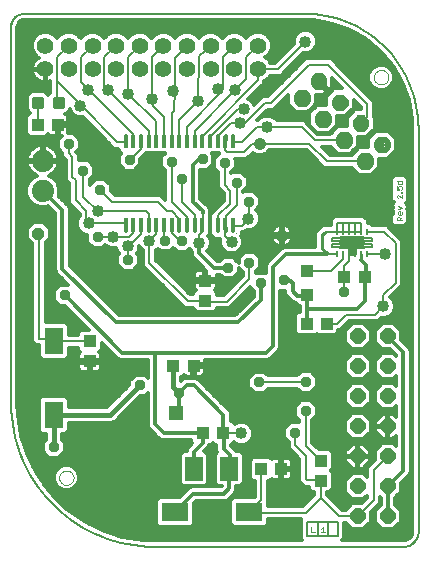
<source format=gtl>
G75*
G70*
%OFA0B0*%
%FSLAX24Y24*%
%IPPOS*%
%LPD*%
%AMOC8*
5,1,8,0,0,1.08239X$1,22.5*
%
%ADD10C,0.0000*%
%ADD11C,0.0020*%
%ADD12C,0.0010*%
%ADD13R,0.0120X0.0390*%
%ADD14C,0.0115*%
%ADD15OC8,0.0515*%
%ADD16R,0.0433X0.0394*%
%ADD17R,0.0591X0.0787*%
%ADD18C,0.0740*%
%ADD19R,0.0413X0.0425*%
%ADD20R,0.0394X0.0394*%
%ADD21C,0.0560*%
%ADD22R,0.0906X0.0630*%
%ADD23R,0.0630X0.0906*%
%ADD24R,0.0394X0.0433*%
%ADD25C,0.0118*%
%ADD26C,0.0400*%
%ADD27C,0.0400*%
%ADD28R,0.0110X0.0200*%
%ADD29R,0.0790X0.0350*%
%ADD30C,0.0280*%
%ADD31C,0.0060*%
%ADD32R,0.0472X0.0472*%
%ADD33OC8,0.0357*%
%ADD34C,0.0080*%
%ADD35C,0.0120*%
%ADD36C,0.0100*%
%ADD37C,0.0180*%
%ADD38C,0.0160*%
%ADD39OC8,0.0396*%
%ADD40C,0.0050*%
D10*
X003477Y004197D02*
X003479Y004228D01*
X003485Y004258D01*
X003495Y004287D01*
X003508Y004315D01*
X003525Y004341D01*
X003545Y004364D01*
X003567Y004385D01*
X003593Y004402D01*
X003620Y004416D01*
X003649Y004427D01*
X003679Y004434D01*
X003709Y004437D01*
X003740Y004436D01*
X003770Y004431D01*
X003800Y004422D01*
X003828Y004410D01*
X003854Y004394D01*
X003878Y004375D01*
X003900Y004353D01*
X003918Y004328D01*
X003933Y004301D01*
X003945Y004273D01*
X003953Y004243D01*
X003957Y004212D01*
X003957Y004182D01*
X003953Y004151D01*
X003945Y004121D01*
X003933Y004093D01*
X003918Y004066D01*
X003900Y004041D01*
X003878Y004019D01*
X003854Y004000D01*
X003828Y003984D01*
X003800Y003972D01*
X003770Y003963D01*
X003740Y003958D01*
X003709Y003957D01*
X003679Y003960D01*
X003649Y003967D01*
X003620Y003978D01*
X003593Y003992D01*
X003567Y004009D01*
X003545Y004030D01*
X003525Y004053D01*
X003508Y004079D01*
X003495Y004107D01*
X003485Y004136D01*
X003479Y004166D01*
X003477Y004197D01*
X001877Y006653D02*
X001877Y019215D01*
X001879Y019255D01*
X001884Y019295D01*
X001893Y019334D01*
X001905Y019372D01*
X001920Y019409D01*
X001938Y019444D01*
X001960Y019478D01*
X001984Y019509D01*
X002011Y019539D01*
X002041Y019566D01*
X002072Y019590D01*
X002106Y019612D01*
X002141Y019630D01*
X002178Y019645D01*
X002216Y019657D01*
X002255Y019666D01*
X002295Y019671D01*
X002335Y019673D01*
X011624Y019673D01*
X013967Y017547D02*
X013969Y017578D01*
X013975Y017608D01*
X013985Y017637D01*
X013998Y017665D01*
X014015Y017691D01*
X014035Y017714D01*
X014057Y017735D01*
X014083Y017752D01*
X014110Y017766D01*
X014139Y017777D01*
X014169Y017784D01*
X014199Y017787D01*
X014230Y017786D01*
X014260Y017781D01*
X014290Y017772D01*
X014318Y017760D01*
X014344Y017744D01*
X014368Y017725D01*
X014390Y017703D01*
X014408Y017678D01*
X014423Y017651D01*
X014435Y017623D01*
X014443Y017593D01*
X014447Y017562D01*
X014447Y017532D01*
X014443Y017501D01*
X014435Y017471D01*
X014423Y017443D01*
X014408Y017416D01*
X014390Y017391D01*
X014368Y017369D01*
X014344Y017350D01*
X014318Y017334D01*
X014290Y017322D01*
X014260Y017313D01*
X014230Y017308D01*
X014199Y017307D01*
X014169Y017310D01*
X014139Y017317D01*
X014110Y017328D01*
X014083Y017342D01*
X014057Y017359D01*
X014035Y017380D01*
X014015Y017403D01*
X013998Y017429D01*
X013985Y017457D01*
X013975Y017486D01*
X013969Y017516D01*
X013967Y017547D01*
X015446Y015852D02*
X015446Y002397D01*
X015445Y002397D02*
X015446Y002356D01*
X015443Y002315D01*
X015437Y002274D01*
X015427Y002234D01*
X015414Y002196D01*
X015397Y002158D01*
X015377Y002122D01*
X015354Y002088D01*
X015329Y002056D01*
X015300Y002026D01*
X015269Y001999D01*
X015236Y001975D01*
X015201Y001954D01*
X015164Y001936D01*
X015126Y001921D01*
X015086Y001909D01*
X015046Y001901D01*
X015005Y001897D01*
X006663Y001897D01*
X006436Y001902D01*
X006209Y001917D01*
X005984Y001943D01*
X005760Y001980D01*
X005538Y002028D01*
X005318Y002086D01*
X005102Y002155D01*
X004889Y002233D01*
X004680Y002322D01*
X004475Y002421D01*
X004276Y002529D01*
X004081Y002646D01*
X003893Y002773D01*
X003711Y002908D01*
X003535Y003053D01*
X003367Y003205D01*
X003205Y003365D01*
X003052Y003532D01*
X002907Y003707D01*
X002770Y003888D01*
X002643Y004076D01*
X002524Y004270D01*
X002414Y004468D01*
X002314Y004672D01*
X002224Y004881D01*
X002144Y005093D01*
X002075Y005309D01*
X002015Y005529D01*
X001966Y005750D01*
X001928Y005974D01*
X001900Y006200D01*
X001883Y006426D01*
X001877Y006653D01*
X011624Y019674D02*
X011806Y019670D01*
X011987Y019657D01*
X012168Y019635D01*
X012347Y019605D01*
X012525Y019566D01*
X012701Y019519D01*
X012874Y019464D01*
X013044Y019400D01*
X013212Y019329D01*
X013375Y019249D01*
X013535Y019162D01*
X013690Y019067D01*
X013841Y018965D01*
X013987Y018856D01*
X014127Y018740D01*
X014261Y018618D01*
X014390Y018489D01*
X014512Y018355D01*
X014628Y018215D01*
X014737Y018069D01*
X014839Y017918D01*
X014934Y017763D01*
X015021Y017603D01*
X015101Y017440D01*
X015172Y017272D01*
X015236Y017102D01*
X015291Y016929D01*
X015338Y016753D01*
X015377Y016575D01*
X015407Y016396D01*
X015429Y016215D01*
X015442Y016034D01*
X015446Y015852D01*
D11*
X014907Y014093D02*
X014726Y014093D01*
X014786Y014093D02*
X014786Y014002D01*
X014816Y013972D01*
X014877Y013972D01*
X014907Y014002D01*
X014907Y014093D01*
X014877Y013908D02*
X014816Y013908D01*
X014786Y013878D01*
X014786Y013848D01*
X014816Y013788D01*
X014726Y013788D01*
X014726Y013908D01*
X014877Y013908D02*
X014907Y013878D01*
X014907Y013818D01*
X014877Y013788D01*
X014877Y013726D02*
X014907Y013726D01*
X014907Y013696D01*
X014877Y013696D01*
X014877Y013726D01*
X014907Y013632D02*
X014907Y013512D01*
X014786Y013632D01*
X014756Y013632D01*
X014726Y013602D01*
X014726Y013542D01*
X014756Y013512D01*
X014786Y013264D02*
X014907Y013204D01*
X014786Y013144D01*
X014816Y013080D02*
X014847Y013080D01*
X014847Y012960D01*
X014877Y012960D02*
X014816Y012960D01*
X014786Y012990D01*
X014786Y013050D01*
X014816Y013080D01*
X014907Y013050D02*
X014907Y012990D01*
X014877Y012960D01*
X014907Y012895D02*
X014847Y012835D01*
X014847Y012865D02*
X014847Y012775D01*
X014907Y012775D02*
X014726Y012775D01*
X014726Y012865D01*
X014756Y012895D01*
X014816Y012895D01*
X014847Y012865D01*
X012272Y002557D02*
X012272Y002377D01*
X012212Y002377D02*
X012332Y002377D01*
X012212Y002497D02*
X012272Y002557D01*
X012007Y002377D02*
X011887Y002377D01*
X011887Y002557D01*
D12*
X009377Y012342D02*
X009377Y012352D01*
X008512Y012512D02*
X008509Y012514D01*
X008509Y012654D01*
D13*
X008509Y012654D03*
X008253Y012654D03*
X007998Y012654D03*
X007742Y012654D03*
X007486Y012654D03*
X007230Y012654D03*
X006974Y012654D03*
X006718Y012654D03*
X006462Y012654D03*
X006206Y012654D03*
X005950Y012654D03*
X005694Y012654D03*
X005694Y015385D03*
X005950Y015385D03*
X006206Y015385D03*
X006462Y015385D03*
X006718Y015385D03*
X006974Y015385D03*
X007230Y015385D03*
X007486Y015385D03*
X007742Y015385D03*
X007998Y015385D03*
X008253Y015385D03*
X008509Y015385D03*
X008765Y015385D03*
X009021Y015385D03*
X009277Y015385D03*
X009277Y012654D03*
X009021Y012654D03*
X008765Y012654D03*
D14*
X012234Y016319D02*
X012176Y016377D01*
X012364Y016377D01*
X012499Y016242D01*
X012499Y016054D01*
X012364Y015919D01*
X012176Y015919D01*
X012041Y016054D01*
X012041Y016242D01*
X012176Y016377D01*
X012211Y016290D01*
X012329Y016290D01*
X012412Y016207D01*
X012412Y016089D01*
X012329Y016006D01*
X012211Y016006D01*
X012128Y016089D01*
X012128Y016207D01*
X012211Y016290D01*
X012246Y016204D01*
X012294Y016204D01*
X012326Y016172D01*
X012326Y016124D01*
X012294Y016092D01*
X012246Y016092D01*
X012214Y016124D01*
X012214Y016172D01*
X012246Y016204D01*
X012791Y016876D02*
X012733Y016934D01*
X012921Y016934D01*
X013056Y016799D01*
X013056Y016611D01*
X012921Y016476D01*
X012733Y016476D01*
X012598Y016611D01*
X012598Y016799D01*
X012733Y016934D01*
X012768Y016847D01*
X012886Y016847D01*
X012969Y016764D01*
X012969Y016646D01*
X012886Y016563D01*
X012768Y016563D01*
X012685Y016646D01*
X012685Y016764D01*
X012768Y016847D01*
X012803Y016761D01*
X012851Y016761D01*
X012883Y016729D01*
X012883Y016681D01*
X012851Y016649D01*
X012803Y016649D01*
X012771Y016681D01*
X012771Y016729D01*
X012803Y016761D01*
X012084Y017583D02*
X012026Y017641D01*
X012214Y017641D01*
X012349Y017506D01*
X012349Y017318D01*
X012214Y017183D01*
X012026Y017183D01*
X011891Y017318D01*
X011891Y017506D01*
X012026Y017641D01*
X012061Y017554D01*
X012179Y017554D01*
X012262Y017471D01*
X012262Y017353D01*
X012179Y017270D01*
X012061Y017270D01*
X011978Y017353D01*
X011978Y017471D01*
X012061Y017554D01*
X012096Y017468D01*
X012144Y017468D01*
X012176Y017436D01*
X012176Y017388D01*
X012144Y017356D01*
X012096Y017356D01*
X012064Y017388D01*
X012064Y017436D01*
X012096Y017468D01*
X011527Y017026D02*
X011469Y017084D01*
X011657Y017084D01*
X011792Y016949D01*
X011792Y016761D01*
X011657Y016626D01*
X011469Y016626D01*
X011334Y016761D01*
X011334Y016949D01*
X011469Y017084D01*
X011504Y016997D01*
X011622Y016997D01*
X011705Y016914D01*
X011705Y016796D01*
X011622Y016713D01*
X011504Y016713D01*
X011421Y016796D01*
X011421Y016914D01*
X011504Y016997D01*
X011539Y016911D01*
X011587Y016911D01*
X011619Y016879D01*
X011619Y016831D01*
X011587Y016799D01*
X011539Y016799D01*
X011507Y016831D01*
X011507Y016879D01*
X011539Y016911D01*
X012930Y015623D02*
X012872Y015681D01*
X013060Y015681D01*
X013195Y015546D01*
X013195Y015358D01*
X013060Y015223D01*
X012872Y015223D01*
X012737Y015358D01*
X012737Y015546D01*
X012872Y015681D01*
X012907Y015594D01*
X013025Y015594D01*
X013108Y015511D01*
X013108Y015393D01*
X013025Y015310D01*
X012907Y015310D01*
X012824Y015393D01*
X012824Y015511D01*
X012907Y015594D01*
X012942Y015508D01*
X012990Y015508D01*
X013022Y015476D01*
X013022Y015428D01*
X012990Y015396D01*
X012942Y015396D01*
X012910Y015428D01*
X012910Y015476D01*
X012942Y015508D01*
X013487Y016180D02*
X013429Y016238D01*
X013617Y016238D01*
X013752Y016103D01*
X013752Y015915D01*
X013617Y015780D01*
X013429Y015780D01*
X013294Y015915D01*
X013294Y016103D01*
X013429Y016238D01*
X013464Y016151D01*
X013582Y016151D01*
X013665Y016068D01*
X013665Y015950D01*
X013582Y015867D01*
X013464Y015867D01*
X013381Y015950D01*
X013381Y016068D01*
X013464Y016151D01*
X013499Y016065D01*
X013547Y016065D01*
X013579Y016033D01*
X013579Y015985D01*
X013547Y015953D01*
X013499Y015953D01*
X013467Y015985D01*
X013467Y016033D01*
X013499Y016065D01*
X014194Y015472D02*
X014136Y015530D01*
X014324Y015530D01*
X014459Y015395D01*
X014459Y015207D01*
X014324Y015072D01*
X014136Y015072D01*
X014001Y015207D01*
X014001Y015395D01*
X014136Y015530D01*
X014171Y015443D01*
X014289Y015443D01*
X014372Y015360D01*
X014372Y015242D01*
X014289Y015159D01*
X014171Y015159D01*
X014088Y015242D01*
X014088Y015360D01*
X014171Y015443D01*
X014206Y015357D01*
X014254Y015357D01*
X014286Y015325D01*
X014286Y015277D01*
X014254Y015245D01*
X014206Y015245D01*
X014174Y015277D01*
X014174Y015325D01*
X014206Y015357D01*
X013637Y014916D02*
X013579Y014974D01*
X013767Y014974D01*
X013902Y014839D01*
X013902Y014651D01*
X013767Y014516D01*
X013579Y014516D01*
X013444Y014651D01*
X013444Y014839D01*
X013579Y014974D01*
X013614Y014887D01*
X013732Y014887D01*
X013815Y014804D01*
X013815Y014686D01*
X013732Y014603D01*
X013614Y014603D01*
X013531Y014686D01*
X013531Y014804D01*
X013614Y014887D01*
X013649Y014801D01*
X013697Y014801D01*
X013729Y014769D01*
X013729Y014721D01*
X013697Y014689D01*
X013649Y014689D01*
X013617Y014721D01*
X013617Y014769D01*
X013649Y014801D01*
D15*
X013429Y008912D03*
X013429Y007912D03*
X013429Y006912D03*
X013429Y005912D03*
X013429Y004912D03*
X013429Y003912D03*
X013429Y002912D03*
X014429Y002912D03*
X014429Y003912D03*
X014429Y004912D03*
X014429Y005912D03*
X014429Y006912D03*
X014429Y007912D03*
X014429Y008912D03*
D16*
X012197Y004771D03*
X012197Y004102D03*
X008345Y010098D03*
X008345Y010767D03*
X004497Y008741D03*
X004497Y008072D03*
D17*
X007967Y004500D03*
X009148Y004500D03*
D18*
X002935Y013761D03*
X002935Y014761D03*
D19*
X007275Y007935D03*
X007964Y007935D03*
X008263Y005685D03*
X008952Y005685D03*
X012982Y010897D03*
X013671Y010897D03*
D20*
X011741Y011084D03*
X011741Y010297D03*
D21*
X010101Y017815D03*
X010101Y018603D03*
X009314Y018603D03*
X009314Y017815D03*
X008526Y017815D03*
X008526Y018603D03*
X007739Y018603D03*
X007739Y017815D03*
X006952Y017815D03*
X006952Y018603D03*
X006164Y018603D03*
X006164Y017815D03*
X005377Y017815D03*
X005377Y018603D03*
X004589Y018603D03*
X004589Y017815D03*
X003802Y017815D03*
X003802Y018603D03*
X003015Y018603D03*
X003015Y017815D03*
D22*
X007336Y003057D03*
X009817Y003057D03*
D23*
X003297Y006286D03*
X003297Y008767D03*
D24*
X003431Y015967D03*
X002762Y015967D03*
X011722Y009337D03*
X012391Y009337D03*
X010881Y004487D03*
X010212Y004487D03*
D25*
X003324Y016559D02*
X003324Y016835D01*
X003600Y016835D01*
X003600Y016559D01*
X003324Y016559D01*
X003324Y016676D02*
X003600Y016676D01*
X003600Y016793D02*
X003324Y016793D01*
X002633Y016835D02*
X002633Y016559D01*
X002633Y016835D02*
X002909Y016835D01*
X002909Y016559D01*
X002633Y016559D01*
X002633Y016676D02*
X002909Y016676D01*
X002909Y016793D02*
X002633Y016793D01*
D26*
X004187Y016597D03*
X004447Y017107D03*
X005107Y017117D03*
X005777Y016997D03*
X006587Y016817D03*
X007287Y017097D03*
X008117Y016757D03*
X008757Y017147D03*
X009337Y017137D03*
X009627Y016477D03*
X009507Y016007D03*
X010407Y015887D03*
X011687Y018737D03*
X009787Y012837D03*
X009227Y012057D03*
X008147Y012027D03*
X006487Y012097D03*
X005767Y011907D03*
X005277Y012237D03*
X004457Y012677D03*
X004757Y013097D03*
X009547Y005677D03*
X014287Y009907D03*
X014337Y011667D03*
X010897Y012267D03*
D27*
X010157Y015337D02*
X010157Y015337D01*
X010157Y015337D01*
X010157Y015337D01*
X010157Y015337D01*
X010157Y015337D01*
X010157Y015337D01*
X010157Y015337D01*
X010157Y015337D01*
X010157Y015337D01*
D28*
X012747Y012397D03*
X012937Y012397D03*
X013137Y012397D03*
X013337Y012397D03*
X013537Y012397D03*
X013727Y012397D03*
X013727Y011657D03*
X013537Y011657D03*
X013337Y011657D03*
X013137Y011657D03*
X012937Y011657D03*
X012747Y011657D03*
D29*
X013237Y012027D03*
D30*
X013237Y012027D03*
X013517Y012027D03*
X012957Y012027D03*
D31*
X012847Y012077D02*
X012567Y012077D01*
X012567Y012177D01*
X012847Y012177D01*
X012847Y012207D01*
X013627Y012207D01*
X013627Y012177D01*
X013907Y012177D01*
X013907Y012077D01*
X013627Y012077D01*
X013627Y011977D01*
X013907Y011977D01*
X013907Y011877D01*
X013627Y011877D01*
X013627Y011847D01*
X012847Y011847D01*
X012847Y011877D01*
X012567Y011877D01*
X012567Y011977D01*
X012847Y011977D01*
X012847Y012077D01*
X015457Y015852D02*
X015453Y016034D01*
X015440Y016215D01*
X015418Y016395D01*
X015388Y016574D01*
X015349Y016751D01*
X015302Y016927D01*
X015247Y017100D01*
X015184Y017270D01*
X015112Y017437D01*
X015033Y017600D01*
X014946Y017760D01*
X014851Y017915D01*
X014750Y018065D01*
X014641Y018210D01*
X014525Y018350D01*
X014403Y018485D01*
X014275Y018613D01*
X014140Y018735D01*
X014000Y018851D01*
X013855Y018960D01*
X013705Y019061D01*
X013549Y019156D01*
X013390Y019243D01*
X013227Y019322D01*
X013060Y019394D01*
X012890Y019457D01*
X012717Y019512D01*
X012541Y019559D01*
X012364Y019598D01*
X012185Y019628D01*
X012005Y019650D01*
X011824Y019663D01*
X011642Y019667D01*
X002315Y019667D01*
X002274Y019665D01*
X002234Y019660D01*
X002195Y019650D01*
X002156Y019637D01*
X002119Y019621D01*
X002084Y019601D01*
X002050Y019578D01*
X002019Y019552D01*
X001991Y019524D01*
X001965Y019493D01*
X001942Y019459D01*
X001922Y019424D01*
X001906Y019387D01*
X001893Y019348D01*
X001883Y019309D01*
X001878Y019269D01*
X001876Y019228D01*
X001877Y019228D02*
X001877Y006669D01*
X001882Y006442D01*
X001899Y006215D01*
X001926Y005990D01*
X001963Y005766D01*
X002012Y005544D01*
X002070Y005325D01*
X002139Y005108D01*
X002219Y004895D01*
X002308Y004687D01*
X002407Y004482D01*
X002516Y004283D01*
X002635Y004089D01*
X002762Y003901D01*
X002898Y003719D01*
X003043Y003544D01*
X003195Y003376D01*
X003356Y003215D01*
X003524Y003063D01*
X003699Y002918D01*
X003881Y002782D01*
X004069Y002655D01*
X004263Y002536D01*
X004462Y002427D01*
X004667Y002328D01*
X004875Y002239D01*
X005088Y002159D01*
X005305Y002090D01*
X005524Y002032D01*
X005746Y001983D01*
X005970Y001946D01*
X006195Y001919D01*
X006422Y001902D01*
X006649Y001897D01*
X014965Y001897D01*
X015008Y001899D01*
X015050Y001904D01*
X015092Y001914D01*
X015133Y001927D01*
X015173Y001943D01*
X015211Y001963D01*
X015247Y001986D01*
X015281Y002012D01*
X015313Y002041D01*
X015342Y002073D01*
X015368Y002107D01*
X015391Y002143D01*
X015411Y002181D01*
X015427Y002221D01*
X015440Y002262D01*
X015450Y002304D01*
X015455Y002346D01*
X015457Y002389D01*
X015457Y015852D01*
D32*
X007367Y006357D03*
D33*
X007477Y007027D03*
X006177Y007277D03*
X007507Y009787D03*
X007577Y010867D03*
X007577Y012087D03*
X007007Y012097D03*
X005777Y011457D03*
X004767Y012217D03*
X004837Y013797D03*
X004277Y014437D03*
X003797Y015317D03*
X005827Y014787D03*
X007237Y014727D03*
X007557Y014167D03*
X008257Y014817D03*
X008997Y014677D03*
X009397Y014037D03*
X009797Y013397D03*
X010227Y014727D03*
X010827Y016317D03*
X009817Y011357D03*
X009107Y011197D03*
X010207Y010677D03*
X010977Y010787D03*
X012987Y010397D03*
X011707Y007387D03*
X011697Y006417D03*
X011347Y005687D03*
X010147Y007377D03*
X003657Y010277D03*
X003297Y005217D03*
D34*
X003322Y008741D02*
X004497Y008741D01*
X003322Y008741D02*
X003297Y008767D01*
X003297Y008827D01*
X002807Y008827D01*
X002807Y012267D01*
X002787Y012337D01*
X004027Y013447D02*
X004387Y013087D01*
X004387Y012747D01*
X004457Y012677D01*
X005672Y012677D01*
X005694Y012654D01*
X005950Y012654D02*
X005950Y012350D01*
X005817Y012237D01*
X005277Y012237D01*
X004787Y012237D01*
X004767Y012217D01*
X004387Y012704D02*
X004387Y012747D01*
X004757Y013077D02*
X004757Y013097D01*
X004757Y013077D02*
X006387Y013077D01*
X006462Y013001D01*
X006462Y012654D01*
X006462Y012811D01*
X006718Y012654D02*
X006718Y012328D01*
X006487Y012097D01*
X006487Y011357D01*
X007757Y010087D01*
X008334Y010087D01*
X008345Y010098D01*
X008376Y010067D01*
X009057Y010067D01*
X009817Y010837D01*
X009817Y011357D01*
X009337Y011642D02*
X009827Y012132D01*
X010422Y012132D01*
X009807Y012837D02*
X009797Y012837D01*
X009787Y012837D01*
X009797Y012837D02*
X009557Y012597D01*
X009335Y012597D01*
X009277Y012654D01*
X009047Y012680D02*
X009047Y012937D01*
X009397Y013287D01*
X009397Y014037D01*
X009177Y013767D02*
X009177Y013337D01*
X008787Y012947D01*
X008787Y012676D01*
X008765Y012654D01*
X009021Y012654D02*
X009021Y012262D01*
X009227Y012057D01*
X009337Y011642D02*
X008837Y011642D01*
X008512Y011967D01*
X008512Y012202D01*
X008257Y012137D02*
X008147Y012027D01*
X008147Y012297D01*
X008247Y012397D01*
X008247Y012648D01*
X008253Y012654D01*
X008257Y012658D01*
X008257Y013017D01*
X007998Y012956D02*
X007998Y012654D01*
X008247Y012661D02*
X008253Y012654D01*
X007998Y012956D02*
X007557Y013397D01*
X007557Y014167D01*
X007237Y014727D02*
X007237Y013397D01*
X007742Y012892D01*
X007742Y012654D01*
X007486Y012654D02*
X007486Y012827D01*
X007237Y013077D01*
X007077Y013077D01*
X006757Y013397D01*
X005237Y013397D01*
X004837Y013797D01*
X004277Y013557D02*
X004277Y014437D01*
X004027Y014107D02*
X004027Y013447D01*
X004277Y013557D02*
X004757Y013077D01*
X004027Y014107D02*
X003917Y014217D01*
X003917Y014887D01*
X003797Y015007D01*
X003797Y015317D01*
X004187Y016597D02*
X004193Y016603D01*
X004193Y016612D01*
X005408Y015385D01*
X005694Y015385D01*
X005950Y015385D02*
X005950Y015643D01*
X004437Y017157D01*
X004437Y017117D01*
X004447Y017107D01*
X004437Y017157D02*
X004197Y017397D01*
X004197Y018210D01*
X004589Y018603D01*
X004987Y018212D02*
X004987Y017247D01*
X005107Y017127D01*
X005107Y017117D01*
X005107Y017127D02*
X006462Y015771D01*
X006462Y015385D01*
X006718Y015385D02*
X006718Y016075D01*
X005777Y016997D01*
X005767Y018215D01*
X006164Y018603D01*
X006557Y018228D02*
X006557Y016797D01*
X006587Y016817D01*
X006557Y016797D02*
X006597Y016597D01*
X006974Y016219D01*
X006974Y015385D01*
X007230Y015385D02*
X007230Y016350D01*
X007317Y016437D01*
X007347Y017107D01*
X007297Y017107D01*
X007287Y017097D01*
X007347Y017107D02*
X007347Y018180D01*
X007739Y018603D01*
X008147Y018263D02*
X008137Y018243D01*
X008117Y016757D01*
X007486Y016126D01*
X007486Y015385D01*
X007742Y015385D02*
X007742Y015902D01*
X008917Y017077D01*
X008927Y017157D01*
X008767Y017157D01*
X008757Y017147D01*
X008927Y017157D02*
X008927Y018215D01*
X009314Y018603D01*
X009717Y018218D02*
X009717Y017477D01*
X009352Y017112D01*
X009352Y017122D01*
X009337Y017137D01*
X009352Y017112D02*
X007998Y015758D01*
X007998Y015385D01*
X008253Y015385D02*
X008263Y015593D01*
X010101Y017451D01*
X010101Y017815D01*
X010765Y017815D01*
X011687Y018737D01*
X011797Y017957D02*
X010527Y016687D01*
X010337Y016687D01*
X009657Y016007D01*
X009507Y016007D01*
X009197Y016007D01*
X008767Y015577D01*
X008767Y015386D01*
X008765Y015385D01*
X009021Y015385D02*
X009021Y015112D01*
X009077Y015057D01*
X009647Y015057D01*
X009917Y015327D01*
X010147Y015327D01*
X010157Y015337D01*
X011817Y015337D01*
X012407Y014747D01*
X013671Y014747D01*
X013673Y014745D01*
X012961Y015447D02*
X012966Y015452D01*
X012961Y015447D02*
X011997Y015447D01*
X011557Y015887D01*
X010407Y015887D01*
X010077Y015887D01*
X009575Y015385D01*
X009277Y015385D01*
X008997Y014677D02*
X008997Y013947D01*
X009177Y013767D01*
X009797Y013397D02*
X009797Y012837D01*
X009047Y012680D02*
X009021Y012654D01*
X007577Y012087D02*
X007507Y012087D01*
X007230Y012363D01*
X007230Y012654D01*
X006974Y012654D02*
X006967Y012647D01*
X006967Y012137D01*
X007007Y012097D01*
X006206Y012316D02*
X005797Y011907D01*
X005767Y011907D01*
X005777Y011897D01*
X005777Y011457D01*
X006206Y012316D02*
X006206Y012654D01*
X005827Y014787D02*
X006206Y015166D01*
X006206Y015385D01*
X006197Y015375D01*
X004193Y016612D02*
X003407Y017407D01*
X003407Y016752D01*
X003462Y016697D01*
X003407Y017407D02*
X003407Y018207D01*
X003802Y018603D01*
X004987Y018212D02*
X005377Y018603D01*
X006557Y018228D02*
X006952Y018603D01*
X008147Y018263D02*
X008526Y018603D01*
X009717Y018218D02*
X010101Y018603D01*
X010098Y017815D02*
X010101Y017815D01*
X009627Y016477D02*
X009427Y016477D01*
X008509Y015559D01*
X008509Y015385D01*
X008509Y015559D01*
X008509Y015385D01*
X008509Y015559D01*
X011797Y017957D02*
X012437Y017957D01*
X013747Y016647D01*
X013747Y016232D01*
X013523Y016009D01*
X013537Y012697D02*
X013332Y012697D01*
X013332Y012482D01*
X013337Y012397D02*
X013537Y012397D01*
X013537Y012462D02*
X013537Y012697D01*
X013332Y012697D02*
X013317Y012697D01*
X013132Y012697D01*
X013132Y012467D01*
X013137Y012397D02*
X012937Y012397D01*
X012747Y012397D01*
X012727Y012382D02*
X012407Y012382D01*
X012272Y012247D01*
X012272Y011837D01*
X012462Y011647D01*
X012407Y011647D01*
X012232Y011822D01*
X012232Y012282D01*
X012347Y012397D01*
X013137Y012397D01*
X013337Y012397D01*
X013132Y012697D02*
X012937Y012697D01*
X012937Y012452D01*
X012747Y012482D02*
X012747Y012697D01*
X012937Y012697D01*
X013727Y012397D02*
X014317Y012397D01*
X014697Y012017D01*
X014697Y010697D01*
X014287Y010287D01*
X014287Y009907D01*
X014017Y009637D01*
X013047Y009637D01*
X012747Y009337D01*
X012391Y009337D01*
X011741Y009385D02*
X011722Y009337D01*
X011700Y010257D02*
X011741Y010297D01*
X011147Y010787D02*
X010977Y010787D01*
X011741Y011084D02*
X011748Y011077D01*
X012537Y011077D01*
X012937Y011477D01*
X012937Y011657D01*
X012747Y011657D02*
X012452Y011657D01*
X012462Y011647D02*
X012737Y011647D01*
X012747Y011657D01*
X013137Y011417D02*
X012987Y011267D01*
X012987Y010901D01*
X012987Y010397D01*
X012982Y010897D02*
X012987Y010901D01*
X013137Y011417D02*
X013137Y011657D01*
X013727Y011657D02*
X014337Y011667D01*
X013707Y010932D02*
X013671Y010897D01*
X014287Y009907D02*
X014277Y009897D01*
X014429Y008912D02*
X014489Y008832D01*
X011707Y007387D02*
X010147Y007387D01*
X010147Y007377D01*
X009547Y005677D02*
X008961Y005677D01*
X008952Y005685D01*
X008961Y005677D02*
X008959Y005676D01*
X008958Y005675D01*
X008957Y005673D01*
X009157Y004509D02*
X009148Y004500D01*
X010212Y004487D02*
X010212Y003452D01*
X009817Y003057D01*
X009837Y003037D01*
X011698Y003037D01*
X012193Y003531D01*
X012193Y004002D01*
X012197Y004102D01*
X012182Y004117D01*
X011747Y004117D01*
X011707Y004157D01*
X011707Y004917D01*
X011347Y005277D01*
X011347Y005687D01*
X011697Y005271D02*
X011697Y006417D01*
X011697Y005271D02*
X012197Y004771D01*
X012197Y004735D01*
X012197Y004102D02*
X012197Y003557D01*
X012193Y003531D02*
X012812Y002912D01*
X013429Y002912D01*
X013957Y003440D01*
X013957Y004440D01*
X014429Y004912D01*
X007967Y004501D02*
X007967Y004500D01*
X007277Y007934D02*
X007275Y007935D01*
X002762Y015967D02*
X002771Y015976D01*
X002771Y016697D01*
D35*
X003073Y003853D02*
X003467Y003853D01*
X003479Y003840D02*
X003633Y003777D01*
X003800Y003777D01*
X003954Y003840D01*
X004073Y003959D01*
X004137Y004113D01*
X004137Y004280D01*
X004073Y004434D01*
X003954Y004553D01*
X003800Y004617D01*
X003633Y004617D01*
X003479Y004553D01*
X003360Y004434D01*
X003297Y004280D01*
X003297Y004113D01*
X003360Y003959D01*
X003479Y003840D01*
X003355Y003971D02*
X002987Y003971D01*
X002901Y004090D02*
X003306Y004090D01*
X003297Y004208D02*
X002815Y004208D01*
X002759Y004285D02*
X002434Y004923D01*
X002213Y005604D01*
X002101Y006311D01*
X002087Y006669D01*
X002087Y019228D01*
X002091Y019273D01*
X002125Y019355D01*
X002188Y019418D01*
X002271Y019452D01*
X002315Y019457D01*
X011642Y019457D01*
X011956Y019443D01*
X012575Y019334D01*
X012575Y019334D01*
X013165Y019119D01*
X013709Y018805D01*
X014191Y018401D01*
X014595Y017919D01*
X014909Y017375D01*
X015124Y016785D01*
X015233Y016166D01*
X015247Y015852D01*
X015247Y002389D01*
X015241Y002334D01*
X015199Y002232D01*
X015121Y002154D01*
X015020Y002112D01*
X014965Y002107D01*
X012911Y002107D01*
X012967Y002162D01*
X012967Y002692D01*
X013030Y002692D01*
X013248Y002475D01*
X013610Y002475D01*
X013867Y002731D01*
X013867Y003039D01*
X014048Y003220D01*
X014177Y003349D01*
X014177Y003546D01*
X014189Y003534D01*
X014189Y003291D01*
X013992Y003094D01*
X013992Y002731D01*
X014248Y002475D01*
X014610Y002475D01*
X014867Y002731D01*
X014867Y003094D01*
X014669Y003291D01*
X014669Y003534D01*
X014867Y003731D01*
X014867Y004010D01*
X015085Y004228D01*
X015152Y004296D01*
X015189Y004384D01*
X015189Y008420D01*
X015152Y008509D01*
X014867Y008794D01*
X014867Y009094D01*
X014610Y009350D01*
X014248Y009350D01*
X013992Y009094D01*
X013992Y008731D01*
X014248Y008475D01*
X014507Y008475D01*
X014709Y008273D01*
X014709Y008251D01*
X014610Y008350D01*
X014248Y008350D01*
X013992Y008094D01*
X013992Y007731D01*
X014248Y007475D01*
X014610Y007475D01*
X014709Y007573D01*
X014709Y007251D01*
X014610Y007350D01*
X014248Y007350D01*
X013992Y007094D01*
X013992Y006731D01*
X014248Y006475D01*
X014610Y006475D01*
X014709Y006573D01*
X014709Y006223D01*
X014602Y006330D01*
X014448Y006330D01*
X014448Y005931D01*
X014410Y005931D01*
X014410Y005894D01*
X014012Y005894D01*
X014012Y005739D01*
X014256Y005495D01*
X014410Y005495D01*
X014410Y005894D01*
X014448Y005894D01*
X014448Y005495D01*
X014602Y005495D01*
X014709Y005601D01*
X014709Y005251D01*
X014610Y005350D01*
X014248Y005350D01*
X013992Y005094D01*
X013992Y004786D01*
X013737Y004531D01*
X013737Y004224D01*
X013610Y004350D01*
X013248Y004350D01*
X012992Y004094D01*
X012992Y003731D01*
X013248Y003475D01*
X013610Y003475D01*
X013737Y003601D01*
X013737Y003531D01*
X013556Y003350D01*
X013248Y003350D01*
X013030Y003132D01*
X012903Y003132D01*
X012417Y003619D01*
X012417Y003725D01*
X012488Y003725D01*
X012593Y003831D01*
X012593Y004373D01*
X012530Y004437D01*
X012593Y004500D01*
X012593Y005043D01*
X012488Y005148D01*
X012131Y005148D01*
X011917Y005362D01*
X011917Y006130D01*
X012055Y006268D01*
X012055Y006565D01*
X011845Y006775D01*
X011548Y006775D01*
X011338Y006565D01*
X011338Y006268D01*
X011477Y006130D01*
X011477Y006045D01*
X011198Y006045D01*
X010988Y005835D01*
X010988Y005538D01*
X011127Y005400D01*
X011127Y005185D01*
X011255Y005057D01*
X011487Y004825D01*
X011487Y004065D01*
X011655Y003897D01*
X011800Y003897D01*
X011800Y003831D01*
X011905Y003725D01*
X011973Y003725D01*
X011973Y003622D01*
X011607Y003257D01*
X010449Y003257D01*
X010449Y003446D01*
X010432Y003464D01*
X010432Y004090D01*
X010483Y004090D01*
X010561Y004167D01*
X010586Y004142D01*
X010623Y004121D01*
X010663Y004110D01*
X010843Y004110D01*
X010843Y004448D01*
X010920Y004448D01*
X010920Y004525D01*
X011238Y004525D01*
X011238Y004724D01*
X011227Y004765D01*
X011206Y004801D01*
X011176Y004831D01*
X011140Y004852D01*
X011099Y004863D01*
X010920Y004863D01*
X010920Y004525D01*
X010843Y004525D01*
X010843Y004863D01*
X010663Y004863D01*
X010623Y004852D01*
X010586Y004831D01*
X010561Y004806D01*
X010483Y004883D01*
X009941Y004883D01*
X009835Y004778D01*
X009835Y004195D01*
X009941Y004090D01*
X009992Y004090D01*
X009992Y003552D01*
X009289Y003552D01*
X009184Y003446D01*
X009184Y002667D01*
X009289Y002562D01*
X010344Y002562D01*
X010449Y002667D01*
X010449Y002817D01*
X011547Y002817D01*
X011532Y002801D01*
X011532Y002162D01*
X011587Y002107D01*
X006736Y002107D01*
X006649Y002107D01*
X006291Y002121D01*
X005584Y002233D01*
X004903Y002454D01*
X004265Y002779D01*
X003686Y003200D01*
X003180Y003706D01*
X002759Y004285D01*
X002738Y004327D02*
X003316Y004327D01*
X003371Y004445D02*
X002677Y004445D01*
X002617Y004564D02*
X003505Y004564D01*
X003445Y004858D02*
X003655Y005068D01*
X003655Y005365D01*
X003557Y005463D01*
X003557Y005654D01*
X003686Y005654D01*
X003792Y005759D01*
X003792Y006026D01*
X005176Y006026D01*
X005227Y006026D01*
X005227Y006026D01*
X005228Y006026D01*
X005275Y006046D01*
X005323Y006065D01*
X005323Y006066D01*
X005324Y006066D01*
X005360Y006102D01*
X006184Y006918D01*
X006325Y006918D01*
X006427Y007020D01*
X006427Y005929D01*
X006463Y005841D01*
X006531Y005773D01*
X006754Y005549D01*
X006822Y005482D01*
X006910Y005445D01*
X007876Y005445D01*
X007876Y005398D01*
X007917Y005357D01*
X007831Y005270D01*
X007763Y005203D01*
X007727Y005114D01*
X007727Y005074D01*
X007597Y005074D01*
X007492Y004969D01*
X007492Y004032D01*
X007597Y003927D01*
X008337Y003927D01*
X008442Y004032D01*
X008442Y004969D01*
X008337Y005074D01*
X008314Y005074D01*
X008466Y005227D01*
X008494Y005293D01*
X008544Y005293D01*
X008607Y005356D01*
X008671Y005293D01*
X008717Y005293D01*
X008717Y005119D01*
X008748Y005044D01*
X008673Y004969D01*
X008673Y004032D01*
X008778Y003927D01*
X008897Y003927D01*
X008877Y003907D01*
X007899Y003907D01*
X007810Y003870D01*
X007743Y003803D01*
X007492Y003552D01*
X006809Y003552D01*
X006704Y003446D01*
X006704Y002667D01*
X006809Y002562D01*
X007864Y002562D01*
X007969Y002667D01*
X007969Y003350D01*
X008046Y003427D01*
X009024Y003427D01*
X009113Y003463D01*
X009284Y003635D01*
X009351Y003702D01*
X009388Y003790D01*
X009388Y003927D01*
X009518Y003927D01*
X009623Y004032D01*
X009623Y004969D01*
X009518Y005074D01*
X009372Y005074D01*
X009360Y005103D01*
X009293Y005170D01*
X009197Y005266D01*
X009197Y005293D01*
X009233Y005293D01*
X009313Y005373D01*
X009331Y005354D01*
X009471Y005297D01*
X009622Y005297D01*
X009762Y005354D01*
X009869Y005461D01*
X009927Y005601D01*
X009927Y005752D01*
X009869Y005892D01*
X009762Y005999D01*
X009622Y006057D01*
X009471Y006057D01*
X009331Y005999D01*
X009322Y005989D01*
X009233Y006078D01*
X009192Y006078D01*
X009192Y006339D01*
X009155Y006427D01*
X008103Y007480D01*
X008014Y007517D01*
X007679Y007517D01*
X007591Y007480D01*
X007545Y007434D01*
X007545Y007543D01*
X007556Y007543D01*
X007634Y007620D01*
X007659Y007595D01*
X007696Y007574D01*
X007736Y007563D01*
X007921Y007563D01*
X007921Y007892D01*
X008007Y007892D01*
X008007Y007563D01*
X008192Y007563D01*
X008232Y007574D01*
X008269Y007595D01*
X008299Y007625D01*
X008320Y007661D01*
X008331Y007702D01*
X008331Y007892D01*
X008007Y007892D01*
X008007Y007979D01*
X008331Y007979D01*
X008331Y008107D01*
X010414Y008107D01*
X010503Y008143D01*
X010733Y008373D01*
X010800Y008441D01*
X010837Y008529D01*
X010837Y010428D01*
X011017Y010428D01*
X011017Y010369D01*
X011053Y010281D01*
X011213Y010121D01*
X011281Y010053D01*
X011369Y010017D01*
X011373Y010017D01*
X011469Y009920D01*
X011501Y009920D01*
X011501Y009733D01*
X011451Y009733D01*
X011345Y009628D01*
X011345Y009045D01*
X011451Y008940D01*
X011993Y008940D01*
X012057Y009003D01*
X012120Y008940D01*
X012663Y008940D01*
X012768Y009045D01*
X012768Y009117D01*
X012838Y009117D01*
X013138Y009417D01*
X014108Y009417D01*
X014218Y009527D01*
X014362Y009527D01*
X014502Y009584D01*
X014609Y009691D01*
X014667Y009831D01*
X014667Y009982D01*
X014609Y010122D01*
X014521Y010210D01*
X014917Y010605D01*
X014917Y012108D01*
X014788Y012237D01*
X014408Y012617D01*
X013916Y012617D01*
X013856Y012677D01*
X013757Y012677D01*
X013757Y012788D01*
X013628Y012917D01*
X012655Y012917D01*
X012527Y012788D01*
X012527Y012617D01*
X012255Y012617D01*
X012140Y012502D01*
X012012Y012373D01*
X012012Y011887D01*
X010989Y011887D01*
X010901Y011850D01*
X010833Y011783D01*
X010393Y011343D01*
X010357Y011254D01*
X010357Y011033D01*
X010355Y011035D01*
X010058Y011035D01*
X010037Y011013D01*
X010037Y011070D01*
X010175Y011208D01*
X010175Y011505D01*
X009965Y011715D01*
X009668Y011715D01*
X009458Y011505D01*
X009458Y011352D01*
X009255Y011555D01*
X008958Y011555D01*
X008840Y011437D01*
X008726Y011437D01*
X008410Y011753D01*
X008469Y011811D01*
X008527Y011951D01*
X008527Y012102D01*
X008477Y012223D01*
X008477Y012228D01*
X008473Y012231D01*
X008469Y012242D01*
X008447Y012263D01*
X008455Y012271D01*
X008467Y012299D01*
X008509Y012299D01*
X008509Y012654D01*
X008509Y012654D01*
X008509Y012299D01*
X008551Y012299D01*
X008563Y012271D01*
X008631Y012203D01*
X008719Y012167D01*
X008805Y012167D01*
X008847Y012125D01*
X008847Y011981D01*
X008904Y011841D01*
X009011Y011734D01*
X009151Y011677D01*
X009302Y011677D01*
X009442Y011734D01*
X009549Y011841D01*
X009607Y011981D01*
X009607Y012132D01*
X009554Y012258D01*
X009562Y012265D01*
X009562Y012377D01*
X009648Y012377D01*
X009728Y012457D01*
X009862Y012457D01*
X010002Y012514D01*
X010109Y012621D01*
X010167Y012761D01*
X010167Y012912D01*
X010109Y013052D01*
X010034Y013127D01*
X010155Y013248D01*
X010155Y013545D01*
X009945Y013755D01*
X009648Y013755D01*
X009617Y013723D01*
X009617Y013750D01*
X009755Y013888D01*
X009755Y014185D01*
X009545Y014395D01*
X009248Y014395D01*
X009217Y014363D01*
X009217Y014390D01*
X009355Y014528D01*
X009355Y014825D01*
X009343Y014837D01*
X009738Y014837D01*
X009931Y015030D01*
X009971Y014996D01*
X010116Y014951D01*
X010266Y014965D01*
X010400Y015035D01*
X010468Y015117D01*
X011725Y015117D01*
X012187Y014655D01*
X012315Y014527D01*
X013231Y014527D01*
X013480Y014278D01*
X013867Y014278D01*
X014140Y014551D01*
X014140Y014834D01*
X014423Y014834D01*
X014697Y015108D01*
X014697Y015495D01*
X014423Y015768D01*
X014037Y015768D01*
X013763Y015495D01*
X013763Y015212D01*
X013480Y015212D01*
X013235Y014967D01*
X012498Y014967D01*
X012238Y015227D01*
X012531Y015227D01*
X012773Y014985D01*
X013160Y014985D01*
X013433Y015258D01*
X013433Y015542D01*
X013716Y015542D01*
X013990Y015815D01*
X013990Y016202D01*
X013967Y016225D01*
X013967Y016738D01*
X013838Y016867D01*
X013838Y016867D01*
X012528Y018177D01*
X011705Y018177D01*
X010435Y016907D01*
X010245Y016907D01*
X009973Y016634D01*
X009949Y016692D01*
X009842Y016799D01*
X009787Y016821D01*
X010257Y017296D01*
X010321Y017360D01*
X010321Y017361D01*
X010322Y017361D01*
X010321Y017408D01*
X010362Y017425D01*
X010491Y017555D01*
X010508Y017595D01*
X010856Y017595D01*
X011618Y018357D01*
X011762Y018357D01*
X011902Y018414D01*
X012009Y018521D01*
X012067Y018661D01*
X012067Y018812D01*
X012009Y018952D01*
X011902Y019059D01*
X011762Y019117D01*
X011611Y019117D01*
X011471Y019059D01*
X011364Y018952D01*
X011307Y018812D01*
X011307Y018668D01*
X010674Y018035D01*
X010508Y018035D01*
X010491Y018076D01*
X010362Y018205D01*
X010353Y018209D01*
X010362Y018213D01*
X010491Y018342D01*
X010561Y018511D01*
X010561Y018694D01*
X010491Y018863D01*
X010362Y018993D01*
X010193Y019063D01*
X010010Y019063D01*
X009841Y018993D01*
X009711Y018863D01*
X009707Y018854D01*
X009704Y018863D01*
X009574Y018993D01*
X009405Y019063D01*
X009222Y019063D01*
X009053Y018993D01*
X008924Y018863D01*
X008920Y018854D01*
X008916Y018863D01*
X008787Y018993D01*
X008618Y019063D01*
X008435Y019063D01*
X008266Y018993D01*
X008136Y018863D01*
X008133Y018854D01*
X008129Y018863D01*
X007999Y018993D01*
X007830Y019063D01*
X007647Y019063D01*
X007478Y018993D01*
X007349Y018863D01*
X007345Y018854D01*
X007341Y018863D01*
X007212Y018993D01*
X007043Y019063D01*
X006860Y019063D01*
X006691Y018993D01*
X006562Y018863D01*
X006558Y018854D01*
X006554Y018863D01*
X006425Y018993D01*
X006256Y019063D01*
X006073Y019063D01*
X005904Y018993D01*
X005774Y018863D01*
X005770Y018854D01*
X005767Y018863D01*
X005637Y018993D01*
X005468Y019063D01*
X005285Y019063D01*
X005116Y018993D01*
X004987Y018863D01*
X004983Y018854D01*
X004979Y018863D01*
X004850Y018993D01*
X004681Y019063D01*
X004498Y019063D01*
X004329Y018993D01*
X004199Y018863D01*
X004196Y018854D01*
X004192Y018863D01*
X004062Y018993D01*
X003893Y019063D01*
X003710Y019063D01*
X003541Y018993D01*
X003412Y018863D01*
X003408Y018854D01*
X003404Y018863D01*
X003275Y018993D01*
X003106Y019063D01*
X002923Y019063D01*
X002754Y018993D01*
X002625Y018863D01*
X002555Y018694D01*
X002555Y018511D01*
X002625Y018342D01*
X002754Y018213D01*
X002793Y018196D01*
X002784Y018191D01*
X002728Y018151D01*
X002679Y018102D01*
X002638Y018046D01*
X002607Y017984D01*
X002585Y017918D01*
X002575Y017850D01*
X002575Y017834D01*
X002996Y017834D01*
X002996Y017796D01*
X003033Y017796D01*
X003033Y017375D01*
X003049Y017375D01*
X003118Y017386D01*
X003183Y017407D01*
X003187Y017409D01*
X003187Y017407D01*
X003186Y017317D01*
X003187Y017316D01*
X003187Y017035D01*
X003121Y016970D01*
X003117Y016958D01*
X003112Y016970D01*
X003044Y017037D01*
X002957Y017073D01*
X002586Y017073D01*
X002498Y017037D01*
X002431Y016970D01*
X002394Y016882D01*
X002394Y016511D01*
X002431Y016423D01*
X002491Y016363D01*
X002491Y016363D01*
X002385Y016258D01*
X002385Y015675D01*
X002491Y015570D01*
X003033Y015570D01*
X003111Y015647D01*
X003136Y015622D01*
X003173Y015601D01*
X003213Y015590D01*
X003393Y015590D01*
X003393Y015928D01*
X003470Y015928D01*
X003470Y016005D01*
X003788Y016005D01*
X003788Y016204D01*
X003777Y016245D01*
X003756Y016281D01*
X003726Y016311D01*
X003690Y016332D01*
X003682Y016334D01*
X003735Y016356D01*
X003802Y016423D01*
X003825Y016477D01*
X003864Y016381D01*
X003971Y016274D01*
X004111Y016217D01*
X004262Y016217D01*
X004271Y016220D01*
X005188Y015294D01*
X005252Y015230D01*
X005316Y015165D01*
X005317Y015165D01*
X005408Y015165D01*
X005454Y015165D01*
X005454Y015115D01*
X005551Y015018D01*
X005468Y014935D01*
X005468Y014638D01*
X005678Y014428D01*
X005975Y014428D01*
X006185Y014638D01*
X006185Y014834D01*
X006297Y014946D01*
X006361Y015010D01*
X007013Y015010D01*
X006878Y014875D01*
X006878Y014578D01*
X007017Y014440D01*
X007017Y013448D01*
X006848Y013617D01*
X005328Y013617D01*
X005195Y013749D01*
X005195Y013945D01*
X004985Y014155D01*
X004688Y014155D01*
X004497Y013963D01*
X004497Y014150D01*
X004635Y014288D01*
X004635Y014585D01*
X004425Y014795D01*
X004137Y014795D01*
X004137Y014978D01*
X004051Y015064D01*
X004155Y015168D01*
X004155Y015465D01*
X003945Y015675D01*
X003769Y015675D01*
X003777Y015688D01*
X003788Y015729D01*
X003788Y015928D01*
X003470Y015928D01*
X003470Y015590D01*
X003563Y015590D01*
X003438Y015465D01*
X003438Y015168D01*
X003577Y015030D01*
X003577Y014915D01*
X003697Y014795D01*
X003697Y014125D01*
X003807Y014015D01*
X003807Y013355D01*
X004167Y012995D01*
X004167Y012924D01*
X004134Y012892D01*
X004077Y012752D01*
X004077Y012601D01*
X004134Y012461D01*
X004241Y012354D01*
X004381Y012297D01*
X004408Y012297D01*
X004408Y012068D01*
X004618Y011858D01*
X004915Y011858D01*
X005016Y011959D01*
X005061Y011914D01*
X005201Y011857D01*
X005352Y011857D01*
X005387Y011871D01*
X005387Y011831D01*
X005444Y011691D01*
X005474Y011661D01*
X005418Y011605D01*
X005418Y011308D01*
X005628Y011098D01*
X005925Y011098D01*
X006135Y011308D01*
X006135Y011605D01*
X006069Y011671D01*
X006089Y011691D01*
X006147Y011831D01*
X006147Y011924D01*
X006164Y011881D01*
X006267Y011779D01*
X006267Y011265D01*
X007537Y009995D01*
X007665Y009867D01*
X007948Y009867D01*
X007948Y009826D01*
X008054Y009721D01*
X008636Y009721D01*
X008742Y009826D01*
X008742Y009847D01*
X008966Y009847D01*
X008967Y009846D01*
X009057Y009847D01*
X009148Y009847D01*
X009149Y009847D01*
X009213Y009911D01*
X009277Y009975D01*
X009277Y009976D01*
X009848Y010555D01*
X009848Y010528D01*
X009967Y010410D01*
X009967Y010236D01*
X009347Y009617D01*
X005476Y009617D01*
X003827Y011266D01*
X003827Y013157D01*
X003790Y013245D01*
X003723Y013313D01*
X003455Y013580D01*
X003485Y013652D01*
X003485Y013871D01*
X003401Y014073D01*
X003246Y014228D01*
X003140Y014271D01*
X003212Y014308D01*
X003280Y014357D01*
X003339Y014416D01*
X003388Y014483D01*
X003426Y014558D01*
X003451Y014637D01*
X003465Y014720D01*
X003465Y014721D01*
X002975Y014721D01*
X002975Y014801D01*
X003465Y014801D01*
X003465Y014803D01*
X003451Y014885D01*
X003426Y014965D01*
X003388Y015039D01*
X003339Y015107D01*
X003280Y015166D01*
X003212Y015215D01*
X003138Y015252D01*
X003059Y015278D01*
X002976Y015291D01*
X002975Y015291D01*
X002975Y014801D01*
X002895Y014801D01*
X002895Y015291D01*
X002893Y015291D01*
X002810Y015278D01*
X002731Y015252D01*
X002657Y015215D01*
X002589Y015166D01*
X002530Y015107D01*
X002481Y015039D01*
X002443Y014965D01*
X002418Y014885D01*
X002405Y014803D01*
X002405Y014801D01*
X002895Y014801D01*
X002895Y014721D01*
X002405Y014721D01*
X002405Y014720D01*
X002418Y014637D01*
X002443Y014558D01*
X002481Y014483D01*
X002530Y014416D01*
X002589Y014357D01*
X002657Y014308D01*
X002729Y014271D01*
X002623Y014228D01*
X002468Y014073D01*
X002385Y013871D01*
X002385Y013652D01*
X002468Y013450D01*
X002623Y013295D01*
X002825Y013211D01*
X003044Y013211D01*
X003115Y013241D01*
X003347Y013010D01*
X003347Y011119D01*
X003383Y011031D01*
X003779Y010635D01*
X003508Y010635D01*
X003298Y010425D01*
X003298Y010128D01*
X003508Y009918D01*
X003676Y009918D01*
X004476Y009118D01*
X004205Y009118D01*
X004100Y009013D01*
X004100Y008961D01*
X003792Y008961D01*
X003792Y009294D01*
X003686Y009399D01*
X003027Y009399D01*
X003027Y012042D01*
X003165Y012180D01*
X003165Y012493D01*
X002943Y012715D01*
X002630Y012715D01*
X002408Y012493D01*
X002408Y012180D01*
X002587Y012002D01*
X002587Y008735D01*
X002715Y008607D01*
X002802Y008607D01*
X002802Y008239D01*
X002907Y008134D01*
X003686Y008134D01*
X003792Y008239D01*
X003792Y008521D01*
X004100Y008521D01*
X004100Y008470D01*
X004177Y008392D01*
X004152Y008367D01*
X004131Y008331D01*
X004120Y008290D01*
X004120Y008110D01*
X004458Y008110D01*
X004458Y008033D01*
X004535Y008033D01*
X004535Y007715D01*
X004734Y007715D01*
X004775Y007726D01*
X004811Y007747D01*
X004841Y007777D01*
X004862Y007813D01*
X004873Y007854D01*
X004873Y008033D01*
X004535Y008033D01*
X004535Y008110D01*
X004873Y008110D01*
X004873Y008290D01*
X004862Y008331D01*
X004841Y008367D01*
X004816Y008392D01*
X004893Y008470D01*
X004893Y008701D01*
X005383Y008211D01*
X005451Y008143D01*
X005539Y008107D01*
X006427Y008107D01*
X006427Y007533D01*
X006325Y007635D01*
X006028Y007635D01*
X005818Y007425D01*
X005818Y007288D01*
X005069Y006546D01*
X003792Y006546D01*
X003792Y006814D01*
X003686Y006919D01*
X002907Y006919D01*
X002802Y006814D01*
X002802Y005759D01*
X002907Y005654D01*
X003037Y005654D01*
X003037Y005463D01*
X002938Y005365D01*
X002938Y005068D01*
X003148Y004858D01*
X003445Y004858D01*
X003506Y004919D02*
X007492Y004919D01*
X007492Y004801D02*
X002496Y004801D01*
X002436Y004919D02*
X003087Y004919D01*
X002969Y005038D02*
X002397Y005038D01*
X002358Y005156D02*
X002938Y005156D01*
X002938Y005275D02*
X002320Y005275D01*
X002281Y005393D02*
X002966Y005393D01*
X003037Y005512D02*
X002243Y005512D01*
X002208Y005630D02*
X003037Y005630D01*
X002812Y005749D02*
X002190Y005749D01*
X002171Y005867D02*
X002802Y005867D01*
X002802Y005986D02*
X002152Y005986D01*
X002133Y006104D02*
X002802Y006104D01*
X002802Y006223D02*
X002115Y006223D01*
X002099Y006341D02*
X002802Y006341D01*
X002802Y006460D02*
X002095Y006460D01*
X002090Y006578D02*
X002802Y006578D01*
X002802Y006697D02*
X002087Y006697D01*
X002087Y006815D02*
X002803Y006815D01*
X002087Y006934D02*
X005461Y006934D01*
X005580Y007052D02*
X002087Y007052D01*
X002087Y007171D02*
X005700Y007171D01*
X005818Y007289D02*
X002087Y007289D01*
X002087Y007408D02*
X005818Y007408D01*
X005919Y007526D02*
X002087Y007526D01*
X002087Y007645D02*
X006427Y007645D01*
X006427Y007763D02*
X004827Y007763D01*
X004873Y007882D02*
X006427Y007882D01*
X006427Y008000D02*
X004873Y008000D01*
X004873Y008119D02*
X005510Y008119D01*
X005357Y008237D02*
X004873Y008237D01*
X004848Y008356D02*
X005238Y008356D01*
X005120Y008474D02*
X004893Y008474D01*
X004893Y008593D02*
X005001Y008593D01*
X004535Y008000D02*
X004458Y008000D01*
X004458Y008033D02*
X004458Y007715D01*
X004259Y007715D01*
X004218Y007726D01*
X004182Y007747D01*
X004152Y007777D01*
X004131Y007813D01*
X004120Y007854D01*
X004120Y008033D01*
X004458Y008033D01*
X004458Y007882D02*
X004535Y007882D01*
X004535Y007763D02*
X004458Y007763D01*
X004166Y007763D02*
X002087Y007763D01*
X002087Y007882D02*
X004120Y007882D01*
X004120Y008000D02*
X002087Y008000D01*
X002087Y008119D02*
X004120Y008119D01*
X004120Y008237D02*
X003789Y008237D01*
X003792Y008356D02*
X004145Y008356D01*
X004100Y008474D02*
X003792Y008474D01*
X003792Y009067D02*
X004154Y009067D01*
X004290Y009304D02*
X003782Y009304D01*
X003792Y009185D02*
X004409Y009185D01*
X004172Y009422D02*
X003027Y009422D01*
X003027Y009541D02*
X004053Y009541D01*
X003935Y009659D02*
X003027Y009659D01*
X003027Y009778D02*
X003816Y009778D01*
X003698Y009896D02*
X003027Y009896D01*
X003027Y010015D02*
X003412Y010015D01*
X003298Y010133D02*
X003027Y010133D01*
X003027Y010252D02*
X003298Y010252D01*
X003298Y010370D02*
X003027Y010370D01*
X003027Y010489D02*
X003362Y010489D01*
X003480Y010607D02*
X003027Y010607D01*
X003027Y010726D02*
X003688Y010726D01*
X003570Y010844D02*
X003027Y010844D01*
X003027Y010963D02*
X003451Y010963D01*
X003362Y011081D02*
X003027Y011081D01*
X003027Y011200D02*
X003347Y011200D01*
X003347Y011318D02*
X003027Y011318D01*
X003027Y011437D02*
X003347Y011437D01*
X003347Y011555D02*
X003027Y011555D01*
X003027Y011674D02*
X003347Y011674D01*
X003347Y011792D02*
X003027Y011792D01*
X003027Y011911D02*
X003347Y011911D01*
X003347Y012029D02*
X003027Y012029D01*
X003132Y012148D02*
X003347Y012148D01*
X003347Y012266D02*
X003165Y012266D01*
X003165Y012385D02*
X003347Y012385D01*
X003347Y012503D02*
X003155Y012503D01*
X003036Y012622D02*
X003347Y012622D01*
X003347Y012740D02*
X002087Y012740D01*
X002087Y012622D02*
X002537Y012622D01*
X002418Y012503D02*
X002087Y012503D01*
X002087Y012385D02*
X002408Y012385D01*
X002408Y012266D02*
X002087Y012266D01*
X002087Y012148D02*
X002441Y012148D01*
X002559Y012029D02*
X002087Y012029D01*
X002087Y011911D02*
X002587Y011911D01*
X002587Y011792D02*
X002087Y011792D01*
X002087Y011674D02*
X002587Y011674D01*
X002587Y011555D02*
X002087Y011555D01*
X002087Y011437D02*
X002587Y011437D01*
X002587Y011318D02*
X002087Y011318D01*
X002087Y011200D02*
X002587Y011200D01*
X002587Y011081D02*
X002087Y011081D01*
X002087Y010963D02*
X002587Y010963D01*
X002587Y010844D02*
X002087Y010844D01*
X002087Y010726D02*
X002587Y010726D01*
X002587Y010607D02*
X002087Y010607D01*
X002087Y010489D02*
X002587Y010489D01*
X002587Y010370D02*
X002087Y010370D01*
X002087Y010252D02*
X002587Y010252D01*
X002587Y010133D02*
X002087Y010133D01*
X002087Y010015D02*
X002587Y010015D01*
X002587Y009896D02*
X002087Y009896D01*
X002087Y009778D02*
X002587Y009778D01*
X002587Y009659D02*
X002087Y009659D01*
X002087Y009541D02*
X002587Y009541D01*
X002587Y009422D02*
X002087Y009422D01*
X002087Y009304D02*
X002587Y009304D01*
X002587Y009185D02*
X002087Y009185D01*
X002087Y009067D02*
X002587Y009067D01*
X002587Y008948D02*
X002087Y008948D01*
X002087Y008830D02*
X002587Y008830D01*
X002611Y008711D02*
X002087Y008711D01*
X002087Y008593D02*
X002802Y008593D01*
X002802Y008474D02*
X002087Y008474D01*
X002087Y008356D02*
X002802Y008356D01*
X002804Y008237D02*
X002087Y008237D01*
X003657Y010277D02*
X005587Y008347D01*
X006667Y008347D01*
X006667Y005977D01*
X006958Y005685D01*
X008263Y005685D01*
X008263Y005363D01*
X007967Y005067D01*
X007967Y004501D01*
X007553Y003971D02*
X004078Y003971D01*
X004127Y004090D02*
X007492Y004090D01*
X007492Y004208D02*
X004137Y004208D01*
X004117Y004327D02*
X007492Y004327D01*
X007492Y004445D02*
X004062Y004445D01*
X003928Y004564D02*
X007492Y004564D01*
X007492Y004682D02*
X002556Y004682D01*
X003159Y003734D02*
X007674Y003734D01*
X007556Y003616D02*
X003270Y003616D01*
X003388Y003497D02*
X006755Y003497D01*
X006704Y003379D02*
X003507Y003379D01*
X003625Y003260D02*
X006704Y003260D01*
X006704Y003142D02*
X003766Y003142D01*
X003929Y003023D02*
X006704Y003023D01*
X006704Y002905D02*
X004092Y002905D01*
X004255Y002786D02*
X006704Y002786D01*
X006704Y002668D02*
X004483Y002668D01*
X004716Y002549D02*
X011532Y002549D01*
X011532Y002431D02*
X004974Y002431D01*
X005339Y002312D02*
X011532Y002312D01*
X011532Y002194D02*
X005830Y002194D01*
X007336Y003057D02*
X007946Y003667D01*
X008977Y003667D01*
X009148Y003838D01*
X009148Y004500D01*
X009157Y004509D02*
X009157Y004967D01*
X008957Y005167D01*
X008957Y005673D01*
X008952Y005685D02*
X008952Y006291D01*
X007967Y007277D01*
X007727Y007277D01*
X007477Y007027D01*
X007477Y006467D01*
X007367Y006357D01*
X006674Y005630D02*
X003557Y005630D01*
X003557Y005512D02*
X006792Y005512D01*
X006754Y005549D02*
X006754Y005549D01*
X006555Y005749D02*
X003781Y005749D01*
X003792Y005867D02*
X006452Y005867D01*
X006427Y005986D02*
X003792Y005986D01*
X003792Y006578D02*
X005101Y006578D01*
X005221Y006697D02*
X003792Y006697D01*
X003790Y006815D02*
X005341Y006815D01*
X005721Y006460D02*
X006427Y006460D01*
X006427Y006578D02*
X005841Y006578D01*
X005960Y006697D02*
X006427Y006697D01*
X006427Y006815D02*
X006080Y006815D01*
X006340Y006934D02*
X006427Y006934D01*
X006427Y006341D02*
X005601Y006341D01*
X005481Y006223D02*
X006427Y006223D01*
X006427Y006104D02*
X005362Y006104D01*
X006531Y005773D02*
X006531Y005773D01*
X007560Y005038D02*
X003624Y005038D01*
X003655Y005156D02*
X007744Y005156D01*
X007835Y005275D02*
X003655Y005275D01*
X003627Y005393D02*
X007881Y005393D01*
X008395Y005156D02*
X008717Y005156D01*
X008717Y005275D02*
X008486Y005275D01*
X008373Y005038D02*
X008742Y005038D01*
X008673Y004919D02*
X008442Y004919D01*
X008442Y004801D02*
X008673Y004801D01*
X008673Y004682D02*
X008442Y004682D01*
X008442Y004564D02*
X008673Y004564D01*
X008673Y004445D02*
X008442Y004445D01*
X008442Y004327D02*
X008673Y004327D01*
X008673Y004208D02*
X008442Y004208D01*
X008442Y004090D02*
X008673Y004090D01*
X008734Y003971D02*
X008381Y003971D01*
X007998Y003379D02*
X009184Y003379D01*
X009184Y003260D02*
X007969Y003260D01*
X007969Y003142D02*
X009184Y003142D01*
X009184Y003023D02*
X007969Y003023D01*
X007969Y002905D02*
X009184Y002905D01*
X009184Y002786D02*
X007969Y002786D01*
X007969Y002668D02*
X009184Y002668D01*
X009146Y003497D02*
X009235Y003497D01*
X009265Y003616D02*
X009992Y003616D01*
X009992Y003734D02*
X009365Y003734D01*
X009388Y003853D02*
X009992Y003853D01*
X009992Y003971D02*
X009562Y003971D01*
X009623Y004090D02*
X009992Y004090D01*
X009835Y004208D02*
X009623Y004208D01*
X009623Y004327D02*
X009835Y004327D01*
X009835Y004445D02*
X009623Y004445D01*
X009623Y004564D02*
X009835Y004564D01*
X009835Y004682D02*
X009623Y004682D01*
X009623Y004801D02*
X009858Y004801D01*
X009623Y004919D02*
X011393Y004919D01*
X011487Y004801D02*
X011207Y004801D01*
X011238Y004682D02*
X011487Y004682D01*
X011487Y004564D02*
X011238Y004564D01*
X011238Y004448D02*
X010920Y004448D01*
X010920Y004110D01*
X011099Y004110D01*
X011140Y004121D01*
X011176Y004142D01*
X011206Y004172D01*
X011227Y004208D01*
X011487Y004208D01*
X011487Y004090D02*
X010432Y004090D01*
X010432Y003971D02*
X011581Y003971D01*
X011800Y003853D02*
X010432Y003853D01*
X010432Y003734D02*
X011896Y003734D01*
X011966Y003616D02*
X010432Y003616D01*
X010432Y003497D02*
X011847Y003497D01*
X011729Y003379D02*
X010449Y003379D01*
X010449Y003260D02*
X011610Y003260D01*
X011532Y002786D02*
X010449Y002786D01*
X010449Y002668D02*
X011532Y002668D01*
X012420Y003616D02*
X013107Y003616D01*
X012992Y003734D02*
X012497Y003734D01*
X012593Y003853D02*
X012992Y003853D01*
X012992Y003971D02*
X012593Y003971D01*
X012593Y004090D02*
X012992Y004090D01*
X013106Y004208D02*
X012593Y004208D01*
X012593Y004327D02*
X013225Y004327D01*
X013256Y004495D02*
X013012Y004739D01*
X013012Y004894D01*
X013410Y004894D01*
X013410Y004931D01*
X013012Y004931D01*
X013012Y005085D01*
X013256Y005330D01*
X013410Y005330D01*
X013410Y004931D01*
X013448Y004931D01*
X013847Y004931D01*
X013847Y005085D01*
X013602Y005330D01*
X013448Y005330D01*
X013448Y004931D01*
X013448Y004894D01*
X013847Y004894D01*
X013847Y004739D01*
X013602Y004495D01*
X013448Y004495D01*
X013448Y004894D01*
X013410Y004894D01*
X013410Y004495D01*
X013256Y004495D01*
X013187Y004564D02*
X012593Y004564D01*
X012593Y004682D02*
X013069Y004682D01*
X013012Y004801D02*
X012593Y004801D01*
X012593Y004919D02*
X013410Y004919D01*
X013448Y004919D02*
X013992Y004919D01*
X013992Y004801D02*
X013847Y004801D01*
X013888Y004682D02*
X013789Y004682D01*
X013769Y004564D02*
X013671Y004564D01*
X013737Y004445D02*
X012538Y004445D01*
X012593Y005038D02*
X013012Y005038D01*
X013083Y005156D02*
X012123Y005156D01*
X012004Y005275D02*
X013201Y005275D01*
X013248Y005475D02*
X013610Y005475D01*
X013867Y005731D01*
X013867Y006094D01*
X013610Y006350D01*
X013248Y006350D01*
X012992Y006094D01*
X012992Y005731D01*
X013248Y005475D01*
X013211Y005512D02*
X011917Y005512D01*
X011917Y005630D02*
X013093Y005630D01*
X012992Y005749D02*
X011917Y005749D01*
X011917Y005867D02*
X012992Y005867D01*
X012992Y005986D02*
X011917Y005986D01*
X011917Y006104D02*
X013002Y006104D01*
X013121Y006223D02*
X012009Y006223D01*
X012055Y006341D02*
X013239Y006341D01*
X013248Y006475D02*
X013610Y006475D01*
X013867Y006731D01*
X013867Y007094D01*
X013610Y007350D01*
X013248Y007350D01*
X012992Y007094D01*
X012992Y006731D01*
X013248Y006475D01*
X013145Y006578D02*
X012042Y006578D01*
X012055Y006460D02*
X014709Y006460D01*
X014709Y006341D02*
X013619Y006341D01*
X013738Y006223D02*
X014149Y006223D01*
X014256Y006330D02*
X014012Y006085D01*
X014012Y005931D01*
X014410Y005931D01*
X014410Y006330D01*
X014256Y006330D01*
X014410Y006223D02*
X014448Y006223D01*
X014448Y006104D02*
X014410Y006104D01*
X014410Y005986D02*
X014448Y005986D01*
X014448Y005867D02*
X014410Y005867D01*
X014410Y005749D02*
X014448Y005749D01*
X014448Y005630D02*
X014410Y005630D01*
X014410Y005512D02*
X014448Y005512D01*
X014619Y005512D02*
X014709Y005512D01*
X014709Y005393D02*
X011917Y005393D01*
X011477Y006104D02*
X009192Y006104D01*
X009192Y006223D02*
X011384Y006223D01*
X011338Y006341D02*
X009191Y006341D01*
X009123Y006460D02*
X011338Y006460D01*
X011351Y006578D02*
X009004Y006578D01*
X008886Y006697D02*
X011470Y006697D01*
X011558Y007028D02*
X011855Y007028D01*
X012065Y007238D01*
X012065Y007535D01*
X011855Y007745D01*
X011558Y007745D01*
X011420Y007607D01*
X010423Y007607D01*
X010295Y007735D01*
X009998Y007735D01*
X009788Y007525D01*
X009788Y007228D01*
X009998Y007018D01*
X010295Y007018D01*
X010443Y007167D01*
X011420Y007167D01*
X011558Y007028D01*
X011534Y007052D02*
X010329Y007052D01*
X009964Y007052D02*
X008530Y007052D01*
X008412Y007171D02*
X009846Y007171D01*
X009788Y007289D02*
X008293Y007289D01*
X008175Y007408D02*
X009788Y007408D01*
X009789Y007526D02*
X007545Y007526D01*
X007921Y007645D02*
X008007Y007645D01*
X008007Y007763D02*
X007921Y007763D01*
X007921Y007882D02*
X008007Y007882D01*
X008331Y007882D02*
X012992Y007882D01*
X012992Y008000D02*
X008331Y008000D01*
X008331Y007763D02*
X012992Y007763D01*
X012992Y007731D02*
X013248Y007475D01*
X013610Y007475D01*
X013867Y007731D01*
X013867Y008094D01*
X013610Y008350D01*
X013248Y008350D01*
X012992Y008094D01*
X012992Y007731D01*
X013078Y007645D02*
X011955Y007645D01*
X012065Y007526D02*
X013197Y007526D01*
X013187Y007289D02*
X012065Y007289D01*
X012065Y007408D02*
X014709Y007408D01*
X014709Y007526D02*
X014662Y007526D01*
X014671Y007289D02*
X014709Y007289D01*
X015189Y007289D02*
X015247Y007289D01*
X015247Y007171D02*
X015189Y007171D01*
X015189Y007052D02*
X015247Y007052D01*
X015247Y006934D02*
X015189Y006934D01*
X015189Y006815D02*
X015247Y006815D01*
X015247Y006697D02*
X015189Y006697D01*
X015189Y006578D02*
X015247Y006578D01*
X015247Y006460D02*
X015189Y006460D01*
X015189Y006341D02*
X015247Y006341D01*
X015247Y006223D02*
X015189Y006223D01*
X015189Y006104D02*
X015247Y006104D01*
X015247Y005986D02*
X015189Y005986D01*
X015189Y005867D02*
X015247Y005867D01*
X015247Y005749D02*
X015189Y005749D01*
X015189Y005630D02*
X015247Y005630D01*
X015247Y005512D02*
X015189Y005512D01*
X015189Y005393D02*
X015247Y005393D01*
X015247Y005275D02*
X015189Y005275D01*
X015189Y005156D02*
X015247Y005156D01*
X015247Y005038D02*
X015189Y005038D01*
X015189Y004919D02*
X015247Y004919D01*
X015247Y004801D02*
X015189Y004801D01*
X015189Y004682D02*
X015247Y004682D01*
X015247Y004564D02*
X015189Y004564D01*
X015189Y004445D02*
X015247Y004445D01*
X015247Y004327D02*
X015165Y004327D01*
X015247Y004208D02*
X015064Y004208D01*
X014946Y004090D02*
X015247Y004090D01*
X015247Y003971D02*
X014867Y003971D01*
X014867Y003853D02*
X015247Y003853D01*
X015247Y003734D02*
X014867Y003734D01*
X014751Y003616D02*
X015247Y003616D01*
X015247Y003497D02*
X014669Y003497D01*
X014669Y003379D02*
X015247Y003379D01*
X015247Y003260D02*
X014700Y003260D01*
X014819Y003142D02*
X015247Y003142D01*
X015247Y003023D02*
X014867Y003023D01*
X014867Y002905D02*
X015247Y002905D01*
X015247Y002786D02*
X014867Y002786D01*
X014803Y002668D02*
X015247Y002668D01*
X015247Y002549D02*
X014685Y002549D01*
X014429Y002912D02*
X014429Y003912D01*
X014949Y004432D01*
X014949Y008373D01*
X014489Y008832D01*
X014508Y008474D02*
X010814Y008474D01*
X010837Y008593D02*
X013130Y008593D01*
X013248Y008475D02*
X012992Y008731D01*
X012992Y009094D01*
X013248Y009350D01*
X013610Y009350D01*
X013867Y009094D01*
X013867Y008731D01*
X013610Y008475D01*
X013248Y008475D01*
X013135Y008237D02*
X010596Y008237D01*
X010715Y008356D02*
X014626Y008356D01*
X014950Y008711D02*
X015247Y008711D01*
X015247Y008593D02*
X015068Y008593D01*
X015166Y008474D02*
X015247Y008474D01*
X015247Y008356D02*
X015189Y008356D01*
X015189Y008237D02*
X015247Y008237D01*
X015247Y008119D02*
X015189Y008119D01*
X015189Y008000D02*
X015247Y008000D01*
X015247Y007882D02*
X015189Y007882D01*
X015189Y007763D02*
X015247Y007763D01*
X015247Y007645D02*
X015189Y007645D01*
X015189Y007526D02*
X015247Y007526D01*
X015247Y007408D02*
X015189Y007408D01*
X014197Y007526D02*
X013662Y007526D01*
X013780Y007645D02*
X014078Y007645D01*
X013992Y007763D02*
X013867Y007763D01*
X013867Y007882D02*
X013992Y007882D01*
X013992Y008000D02*
X013867Y008000D01*
X013842Y008119D02*
X014017Y008119D01*
X014135Y008237D02*
X013723Y008237D01*
X013728Y008593D02*
X014130Y008593D01*
X014012Y008711D02*
X013847Y008711D01*
X013867Y008830D02*
X013992Y008830D01*
X013992Y008948D02*
X013867Y008948D01*
X013867Y009067D02*
X013992Y009067D01*
X014083Y009185D02*
X013775Y009185D01*
X013657Y009304D02*
X014202Y009304D01*
X014113Y009422D02*
X015247Y009422D01*
X015247Y009304D02*
X014657Y009304D01*
X014775Y009185D02*
X015247Y009185D01*
X015247Y009067D02*
X014867Y009067D01*
X014867Y008948D02*
X015247Y008948D01*
X015247Y008830D02*
X014867Y008830D01*
X015247Y009541D02*
X014396Y009541D01*
X014576Y009659D02*
X015247Y009659D01*
X015247Y009778D02*
X014644Y009778D01*
X014667Y009896D02*
X015247Y009896D01*
X015247Y010015D02*
X014653Y010015D01*
X014597Y010133D02*
X015247Y010133D01*
X015247Y010252D02*
X014563Y010252D01*
X014681Y010370D02*
X015247Y010370D01*
X015247Y010489D02*
X014800Y010489D01*
X014917Y010607D02*
X015247Y010607D01*
X015247Y010726D02*
X014917Y010726D01*
X014917Y010844D02*
X015247Y010844D01*
X015247Y010963D02*
X014917Y010963D01*
X014917Y011081D02*
X015247Y011081D01*
X015247Y011200D02*
X014917Y011200D01*
X014917Y011318D02*
X015247Y011318D01*
X015247Y011437D02*
X014917Y011437D01*
X014917Y011555D02*
X015247Y011555D01*
X015247Y011674D02*
X014917Y011674D01*
X014917Y011792D02*
X015247Y011792D01*
X015247Y011911D02*
X014917Y011911D01*
X014917Y012029D02*
X015247Y012029D01*
X015247Y012148D02*
X014877Y012148D01*
X014758Y012266D02*
X015247Y012266D01*
X015247Y012385D02*
X014640Y012385D01*
X014521Y012503D02*
X015247Y012503D01*
X015247Y012622D02*
X015021Y012622D01*
X014985Y012585D02*
X015097Y012697D01*
X015097Y012817D01*
X015097Y012911D01*
X015097Y013128D01*
X015086Y013139D01*
X015112Y013189D01*
X015107Y013204D01*
X015112Y013218D01*
X015083Y013277D01*
X015062Y013338D01*
X015048Y013345D01*
X015041Y013359D01*
X015027Y013364D01*
X015097Y013433D01*
X015097Y013880D01*
X015097Y013957D01*
X015097Y013957D01*
X015097Y014171D01*
X014985Y014282D01*
X014648Y014282D01*
X014536Y014171D01*
X014536Y014014D01*
X014550Y014000D01*
X014536Y013987D01*
X014536Y013710D01*
X014551Y013695D01*
X014536Y013681D01*
X014536Y013621D01*
X014536Y013541D01*
X014536Y013463D01*
X014607Y013392D01*
X014628Y013372D01*
X014581Y013278D01*
X014606Y013204D01*
X014581Y013129D01*
X014596Y013099D01*
X014596Y013068D01*
X014596Y013004D01*
X014566Y012974D01*
X014536Y012944D01*
X014536Y012697D01*
X014648Y012585D01*
X014925Y012585D01*
X014985Y012585D01*
X015097Y012740D02*
X015247Y012740D01*
X015247Y012859D02*
X015097Y012859D01*
X015097Y012817D02*
X015097Y012817D01*
X015097Y012911D02*
X015097Y012911D01*
X015097Y012977D02*
X015247Y012977D01*
X015247Y013096D02*
X015097Y013096D01*
X015110Y013214D02*
X015247Y013214D01*
X015247Y013333D02*
X015064Y013333D01*
X015097Y013451D02*
X015247Y013451D01*
X015247Y013570D02*
X015097Y013570D01*
X015097Y013688D02*
X015247Y013688D01*
X015247Y013807D02*
X015097Y013807D01*
X015097Y013925D02*
X015247Y013925D01*
X015247Y014044D02*
X015097Y014044D01*
X015097Y014162D02*
X015247Y014162D01*
X015247Y014281D02*
X014987Y014281D01*
X015247Y014399D02*
X013988Y014399D01*
X013870Y014281D02*
X014646Y014281D01*
X014536Y014162D02*
X009755Y014162D01*
X009755Y014044D02*
X014536Y014044D01*
X014536Y013925D02*
X009755Y013925D01*
X009673Y013807D02*
X014536Y013807D01*
X014544Y013688D02*
X010012Y013688D01*
X010130Y013570D02*
X014536Y013570D01*
X014536Y013621D02*
X014536Y013621D01*
X014536Y013463D02*
X014536Y013463D01*
X014536Y013463D01*
X014549Y013451D02*
X010155Y013451D01*
X010155Y013333D02*
X014608Y013333D01*
X014603Y013214D02*
X010121Y013214D01*
X010065Y013096D02*
X014596Y013096D01*
X014596Y013068D02*
X014596Y013068D01*
X014569Y012977D02*
X010140Y012977D01*
X010167Y012859D02*
X012597Y012859D01*
X012527Y012740D02*
X010158Y012740D01*
X010109Y012622D02*
X010836Y012622D01*
X010857Y012622D02*
X010937Y012622D01*
X010937Y012626D02*
X011002Y012613D01*
X011067Y012586D01*
X011126Y012546D01*
X011176Y012496D01*
X011216Y012437D01*
X011243Y012372D01*
X011256Y012307D01*
X010937Y012307D01*
X010937Y012227D01*
X011256Y012227D01*
X011243Y012162D01*
X011216Y012096D01*
X011176Y012037D01*
X011126Y011987D01*
X011067Y011948D01*
X011002Y011920D01*
X010937Y011907D01*
X010937Y012227D01*
X010857Y012227D01*
X010857Y011907D01*
X010792Y011920D01*
X010726Y011948D01*
X010667Y011987D01*
X010617Y012037D01*
X010578Y012096D01*
X010550Y012162D01*
X010537Y012227D01*
X010857Y012227D01*
X010857Y012307D01*
X010857Y012626D01*
X010792Y012613D01*
X010726Y012586D01*
X010667Y012546D01*
X010617Y012496D01*
X010578Y012437D01*
X010550Y012372D01*
X010537Y012307D01*
X010857Y012307D01*
X010937Y012307D01*
X010937Y012626D01*
X010957Y012622D02*
X012527Y012622D01*
X012142Y012503D02*
X011169Y012503D01*
X011237Y012385D02*
X012023Y012385D01*
X012012Y012266D02*
X010937Y012266D01*
X010857Y012266D02*
X009562Y012266D01*
X009600Y012148D02*
X010556Y012148D01*
X010625Y012029D02*
X009607Y012029D01*
X009577Y011911D02*
X010841Y011911D01*
X010857Y011911D02*
X010937Y011911D01*
X010952Y011911D02*
X012012Y011911D01*
X012012Y012029D02*
X011168Y012029D01*
X011237Y012148D02*
X012012Y012148D01*
X012407Y011647D02*
X011037Y011647D01*
X010597Y011207D01*
X010597Y008577D01*
X010367Y008347D01*
X006667Y008347D01*
X007636Y009896D02*
X005196Y009896D01*
X005078Y010015D02*
X007517Y010015D01*
X007399Y010133D02*
X004959Y010133D01*
X004841Y010252D02*
X007280Y010252D01*
X007162Y010370D02*
X004722Y010370D01*
X004604Y010489D02*
X007043Y010489D01*
X006925Y010607D02*
X004485Y010607D01*
X004367Y010726D02*
X006806Y010726D01*
X006688Y010844D02*
X004248Y010844D01*
X004130Y010963D02*
X006569Y010963D01*
X006451Y011081D02*
X004011Y011081D01*
X003893Y011200D02*
X005527Y011200D01*
X005418Y011318D02*
X003827Y011318D01*
X003827Y011437D02*
X005418Y011437D01*
X005418Y011555D02*
X003827Y011555D01*
X003827Y011674D02*
X005462Y011674D01*
X005403Y011792D02*
X003827Y011792D01*
X003827Y011911D02*
X004566Y011911D01*
X004447Y012029D02*
X003827Y012029D01*
X003827Y012148D02*
X004408Y012148D01*
X004408Y012266D02*
X003827Y012266D01*
X003827Y012385D02*
X004211Y012385D01*
X004117Y012503D02*
X003827Y012503D01*
X003827Y012622D02*
X004077Y012622D01*
X004077Y012740D02*
X003827Y012740D01*
X003827Y012859D02*
X004121Y012859D01*
X004167Y012977D02*
X003827Y012977D01*
X003827Y013096D02*
X004066Y013096D01*
X003948Y013214D02*
X003803Y013214D01*
X003829Y013333D02*
X003703Y013333D01*
X003807Y013451D02*
X003584Y013451D01*
X003466Y013570D02*
X003807Y013570D01*
X003807Y013688D02*
X003485Y013688D01*
X003485Y013807D02*
X003807Y013807D01*
X003807Y013925D02*
X003462Y013925D01*
X003413Y014044D02*
X003778Y014044D01*
X003697Y014162D02*
X003312Y014162D01*
X003159Y014281D02*
X003697Y014281D01*
X003697Y014399D02*
X003322Y014399D01*
X003405Y014518D02*
X003697Y014518D01*
X003697Y014636D02*
X003451Y014636D01*
X003697Y014755D02*
X002975Y014755D01*
X002895Y014755D02*
X002087Y014755D01*
X002087Y014873D02*
X002416Y014873D01*
X002457Y014992D02*
X002087Y014992D01*
X002087Y015110D02*
X002534Y015110D01*
X002684Y015229D02*
X002087Y015229D01*
X002087Y015347D02*
X003438Y015347D01*
X003438Y015229D02*
X003185Y015229D01*
X003335Y015110D02*
X003496Y015110D01*
X003577Y014992D02*
X003412Y014992D01*
X003453Y014873D02*
X003619Y014873D01*
X004123Y014992D02*
X005525Y014992D01*
X005468Y014873D02*
X004137Y014873D01*
X004097Y015110D02*
X005460Y015110D01*
X005317Y015165D02*
X005317Y015165D01*
X005253Y015229D02*
X004155Y015229D01*
X004155Y015347D02*
X005136Y015347D01*
X005188Y015294D02*
X005188Y015294D01*
X005019Y015466D02*
X004154Y015466D01*
X004036Y015584D02*
X004901Y015584D01*
X004784Y015703D02*
X003781Y015703D01*
X003788Y015821D02*
X004667Y015821D01*
X004549Y015940D02*
X003470Y015940D01*
X003470Y015821D02*
X003393Y015821D01*
X003393Y015703D02*
X003470Y015703D01*
X003557Y015584D02*
X003047Y015584D01*
X002975Y015229D02*
X002895Y015229D01*
X002895Y015110D02*
X002975Y015110D01*
X002975Y014992D02*
X002895Y014992D01*
X002895Y014873D02*
X002975Y014873D01*
X002547Y014399D02*
X002087Y014399D01*
X002087Y014281D02*
X002711Y014281D01*
X002557Y014162D02*
X002087Y014162D01*
X002087Y014044D02*
X002456Y014044D01*
X002407Y013925D02*
X002087Y013925D01*
X002087Y013807D02*
X002385Y013807D01*
X002385Y013688D02*
X002087Y013688D01*
X002087Y013570D02*
X002419Y013570D01*
X002468Y013451D02*
X002087Y013451D01*
X002087Y013333D02*
X002585Y013333D01*
X002818Y013214D02*
X002087Y013214D01*
X002087Y013096D02*
X003261Y013096D01*
X003347Y012977D02*
X002087Y012977D01*
X002087Y012859D02*
X003347Y012859D01*
X003587Y013109D02*
X003587Y011167D01*
X005377Y009377D01*
X009447Y009377D01*
X010207Y010137D01*
X010207Y010677D01*
X009888Y010489D02*
X009782Y010489D01*
X009665Y010370D02*
X009967Y010370D01*
X009967Y010252D02*
X009548Y010252D01*
X009431Y010133D02*
X009864Y010133D01*
X009745Y010015D02*
X009314Y010015D01*
X009197Y009896D02*
X009627Y009896D01*
X009508Y009778D02*
X008693Y009778D01*
X008742Y010287D02*
X008742Y010369D01*
X008664Y010446D01*
X008690Y010472D01*
X008711Y010508D01*
X008722Y010549D01*
X008722Y010728D01*
X008383Y010728D01*
X008383Y010805D01*
X008307Y010805D01*
X008307Y011124D01*
X008107Y011124D01*
X008067Y011113D01*
X008030Y011092D01*
X008000Y011062D01*
X007979Y011025D01*
X007968Y010985D01*
X007968Y010805D01*
X008307Y010805D01*
X008307Y010728D01*
X007968Y010728D01*
X007968Y010549D01*
X007979Y010508D01*
X008000Y010472D01*
X008026Y010446D01*
X007948Y010369D01*
X007948Y010307D01*
X007848Y010307D01*
X006707Y011448D01*
X006707Y011779D01*
X006762Y011834D01*
X006858Y011738D01*
X007155Y011738D01*
X007287Y011870D01*
X007428Y011728D01*
X007725Y011728D01*
X007820Y011823D01*
X007824Y011811D01*
X007907Y011729D01*
X007907Y011629D01*
X007943Y011541D01*
X008383Y011100D01*
X008383Y010805D01*
X008722Y010805D01*
X008722Y010957D01*
X008840Y010957D01*
X008958Y010838D01*
X009255Y010838D01*
X009465Y011048D01*
X009465Y011201D01*
X009597Y011070D01*
X009597Y010927D01*
X008965Y010287D01*
X008742Y010287D01*
X008740Y010370D02*
X009047Y010370D01*
X009164Y010489D02*
X008699Y010489D01*
X008722Y010607D02*
X009281Y010607D01*
X009398Y010726D02*
X008722Y010726D01*
X008722Y010844D02*
X008952Y010844D01*
X009261Y010844D02*
X009515Y010844D01*
X009597Y010963D02*
X009379Y010963D01*
X009465Y011081D02*
X009585Y011081D01*
X009467Y011200D02*
X009465Y011200D01*
X009458Y011437D02*
X009373Y011437D01*
X009508Y011555D02*
X008607Y011555D01*
X008489Y011674D02*
X009627Y011674D01*
X009499Y011792D02*
X010843Y011792D01*
X010724Y011674D02*
X010006Y011674D01*
X010125Y011555D02*
X010606Y011555D01*
X010487Y011437D02*
X010175Y011437D01*
X010175Y011318D02*
X010383Y011318D01*
X010357Y011200D02*
X010166Y011200D01*
X010048Y011081D02*
X010357Y011081D01*
X010837Y010370D02*
X011017Y010370D01*
X011082Y010252D02*
X010837Y010252D01*
X010837Y010133D02*
X011201Y010133D01*
X011375Y010015D02*
X010837Y010015D01*
X010837Y009896D02*
X011501Y009896D01*
X011501Y009778D02*
X010837Y009778D01*
X010837Y009659D02*
X011376Y009659D01*
X011345Y009541D02*
X010837Y009541D01*
X010837Y009422D02*
X011345Y009422D01*
X011345Y009304D02*
X010837Y009304D01*
X010837Y009185D02*
X011345Y009185D01*
X011345Y009067D02*
X010837Y009067D01*
X010837Y008948D02*
X011442Y008948D01*
X011741Y009385D02*
X011741Y009817D01*
X013397Y009817D01*
X013671Y010081D01*
X013671Y010897D01*
X013707Y010932D02*
X013707Y011287D01*
X013537Y011457D01*
X013911Y012622D02*
X014611Y012622D01*
X014536Y012740D02*
X013757Y012740D01*
X013686Y012859D02*
X014536Y012859D01*
X013477Y014281D02*
X009659Y014281D01*
X009344Y014518D02*
X013240Y014518D01*
X013358Y014399D02*
X009226Y014399D01*
X009355Y014636D02*
X012206Y014636D01*
X012087Y014755D02*
X009355Y014755D01*
X009774Y014873D02*
X011969Y014873D01*
X011850Y014992D02*
X010317Y014992D01*
X010462Y015110D02*
X011732Y015110D01*
X012088Y015667D02*
X011648Y016107D01*
X010724Y016107D01*
X010622Y016209D01*
X010482Y016267D01*
X010331Y016267D01*
X010191Y016209D01*
X010089Y016107D01*
X010068Y016107D01*
X010428Y016467D01*
X010435Y016467D01*
X010618Y016467D01*
X011096Y016945D01*
X011096Y016661D01*
X011370Y016388D01*
X011756Y016388D01*
X012030Y016661D01*
X012030Y016965D01*
X012305Y016965D01*
X012412Y017072D01*
X012120Y017364D01*
X012167Y017412D01*
X012460Y017119D01*
X012567Y017226D01*
X012567Y017515D01*
X012910Y017172D01*
X012633Y017172D01*
X012360Y016898D01*
X012360Y016615D01*
X012077Y016615D01*
X011803Y016341D01*
X011803Y015954D01*
X012077Y015681D01*
X012464Y015681D01*
X012737Y015954D01*
X012737Y016238D01*
X013020Y016238D01*
X013294Y016511D01*
X013294Y016788D01*
X013527Y016555D01*
X013527Y016476D01*
X013329Y016476D01*
X013056Y016202D01*
X013056Y015919D01*
X012773Y015919D01*
X012520Y015667D01*
X012088Y015667D01*
X012055Y015703D02*
X012052Y015703D01*
X011936Y015821D02*
X011933Y015821D01*
X011818Y015940D02*
X011815Y015940D01*
X011803Y016058D02*
X011696Y016058D01*
X011803Y016177D02*
X010654Y016177D01*
X010683Y016532D02*
X011225Y016532D01*
X011107Y016651D02*
X010802Y016651D01*
X010920Y016769D02*
X011096Y016769D01*
X011096Y016888D02*
X011039Y016888D01*
X010772Y017243D02*
X010205Y017243D01*
X010322Y017362D02*
X010890Y017362D01*
X011009Y017480D02*
X010417Y017480D01*
X010653Y017125D02*
X010088Y017125D01*
X009970Y017006D02*
X010535Y017006D01*
X010226Y016888D02*
X009853Y016888D01*
X009871Y016769D02*
X010108Y016769D01*
X009989Y016651D02*
X009966Y016651D01*
X010256Y016295D02*
X011803Y016295D01*
X011782Y016414D02*
X011876Y016414D01*
X011901Y016532D02*
X011994Y016532D01*
X012019Y016651D02*
X012360Y016651D01*
X012360Y016769D02*
X012030Y016769D01*
X012030Y016888D02*
X012360Y016888D01*
X012346Y017006D02*
X012468Y017006D01*
X012465Y017125D02*
X012587Y017125D01*
X012567Y017243D02*
X012839Y017243D01*
X012720Y017362D02*
X012567Y017362D01*
X012567Y017480D02*
X012602Y017480D01*
X012336Y017243D02*
X012241Y017243D01*
X012217Y017362D02*
X012122Y017362D01*
X012359Y017125D02*
X012454Y017125D01*
X012869Y017836D02*
X013902Y017836D01*
X013850Y017784D02*
X013787Y017630D01*
X013787Y017463D01*
X013850Y017309D01*
X013969Y017190D01*
X014123Y017127D01*
X014290Y017127D01*
X014444Y017190D01*
X014563Y017309D01*
X014627Y017463D01*
X014627Y017630D01*
X014563Y017784D01*
X014444Y017903D01*
X014290Y017967D01*
X014123Y017967D01*
X013969Y017903D01*
X013850Y017784D01*
X013823Y017717D02*
X012987Y017717D01*
X013106Y017599D02*
X013787Y017599D01*
X013787Y017480D02*
X013224Y017480D01*
X013343Y017362D02*
X013829Y017362D01*
X013916Y017243D02*
X013461Y017243D01*
X013580Y017125D02*
X015000Y017125D01*
X014957Y017243D02*
X014497Y017243D01*
X014585Y017362D02*
X014914Y017362D01*
X014848Y017480D02*
X014627Y017480D01*
X014627Y017599D02*
X014780Y017599D01*
X014711Y017717D02*
X014591Y017717D01*
X014643Y017836D02*
X014511Y017836D01*
X014566Y017954D02*
X014320Y017954D01*
X014466Y018073D02*
X012632Y018073D01*
X012750Y017954D02*
X014093Y017954D01*
X014367Y018191D02*
X011452Y018191D01*
X011334Y018073D02*
X011601Y018073D01*
X011483Y017954D02*
X011215Y017954D01*
X011097Y017836D02*
X011364Y017836D01*
X011246Y017717D02*
X010978Y017717D01*
X010860Y017599D02*
X011127Y017599D01*
X010711Y018073D02*
X010492Y018073D01*
X010376Y018191D02*
X010830Y018191D01*
X010948Y018310D02*
X010459Y018310D01*
X010527Y018428D02*
X011067Y018428D01*
X011185Y018547D02*
X010561Y018547D01*
X010561Y018665D02*
X011304Y018665D01*
X011307Y018784D02*
X010524Y018784D01*
X010452Y018902D02*
X011344Y018902D01*
X011433Y019021D02*
X010294Y019021D01*
X009908Y019021D02*
X009506Y019021D01*
X009665Y018902D02*
X009750Y018902D01*
X009121Y019021D02*
X008719Y019021D01*
X008877Y018902D02*
X008963Y018902D01*
X008334Y019021D02*
X007932Y019021D01*
X008090Y018902D02*
X008175Y018902D01*
X007546Y019021D02*
X007144Y019021D01*
X007303Y018902D02*
X007388Y018902D01*
X006759Y019021D02*
X006357Y019021D01*
X006515Y018902D02*
X006601Y018902D01*
X005971Y019021D02*
X005569Y019021D01*
X005728Y018902D02*
X005813Y018902D01*
X005184Y019021D02*
X004782Y019021D01*
X004940Y018902D02*
X005026Y018902D01*
X004397Y019021D02*
X003995Y019021D01*
X004153Y018902D02*
X004238Y018902D01*
X003609Y019021D02*
X003207Y019021D01*
X003365Y018902D02*
X003451Y018902D01*
X002822Y019021D02*
X002087Y019021D01*
X002087Y019139D02*
X013110Y019139D01*
X013335Y019021D02*
X011940Y019021D01*
X012029Y018902D02*
X013541Y018902D01*
X013734Y018784D02*
X012067Y018784D01*
X012067Y018665D02*
X013876Y018665D01*
X014017Y018547D02*
X012019Y018547D01*
X011915Y018428D02*
X014158Y018428D01*
X014267Y018310D02*
X011571Y018310D01*
X012335Y019376D02*
X002146Y019376D01*
X002089Y019258D02*
X012784Y019258D01*
X013698Y017006D02*
X015043Y017006D01*
X015086Y016888D02*
X013817Y016888D01*
X013935Y016769D02*
X015126Y016769D01*
X015147Y016651D02*
X013967Y016651D01*
X013967Y016532D02*
X015168Y016532D01*
X015189Y016414D02*
X013967Y016414D01*
X013967Y016295D02*
X015210Y016295D01*
X015231Y016177D02*
X013990Y016177D01*
X013990Y016058D02*
X015238Y016058D01*
X015243Y015940D02*
X013990Y015940D01*
X013990Y015821D02*
X015247Y015821D01*
X015247Y015703D02*
X014489Y015703D01*
X014608Y015584D02*
X015247Y015584D01*
X015247Y015466D02*
X014697Y015466D01*
X014697Y015347D02*
X015247Y015347D01*
X015247Y015229D02*
X014697Y015229D01*
X014697Y015110D02*
X015247Y015110D01*
X015247Y014992D02*
X014581Y014992D01*
X014462Y014873D02*
X015247Y014873D01*
X015247Y014755D02*
X014140Y014755D01*
X014140Y014636D02*
X015247Y014636D01*
X015247Y014518D02*
X014107Y014518D01*
X013763Y015229D02*
X013403Y015229D01*
X013378Y015110D02*
X013285Y015110D01*
X013260Y014992D02*
X013166Y014992D01*
X013433Y015347D02*
X013763Y015347D01*
X013763Y015466D02*
X013433Y015466D01*
X013759Y015584D02*
X013852Y015584D01*
X013877Y015703D02*
X013971Y015703D01*
X013527Y016532D02*
X013294Y016532D01*
X013294Y016651D02*
X013431Y016651D01*
X013313Y016769D02*
X013294Y016769D01*
X013267Y016414D02*
X013196Y016414D01*
X013149Y016295D02*
X013078Y016295D01*
X013056Y016177D02*
X012737Y016177D01*
X012737Y016058D02*
X013056Y016058D01*
X013056Y015940D02*
X012722Y015940D01*
X012675Y015821D02*
X012604Y015821D01*
X012556Y015703D02*
X012485Y015703D01*
X012354Y015110D02*
X012647Y015110D01*
X012766Y014992D02*
X012473Y014992D01*
X011344Y016414D02*
X010375Y016414D01*
X010159Y016177D02*
X010138Y016177D01*
X009277Y015592D02*
X009277Y015462D01*
X009022Y015462D02*
X009022Y015592D01*
X008767Y015592D02*
X008767Y015462D01*
X008512Y015462D02*
X008512Y015592D01*
X008252Y015592D02*
X008252Y015462D01*
X007997Y015462D02*
X007997Y015592D01*
X007742Y015592D02*
X007742Y015462D01*
X007487Y015462D02*
X007487Y015592D01*
X007232Y015592D02*
X007232Y015462D01*
X006972Y015462D02*
X006972Y015592D01*
X006717Y015592D02*
X006717Y015462D01*
X006462Y015462D02*
X006462Y015592D01*
X006207Y015592D02*
X006207Y015462D01*
X005952Y015462D02*
X005952Y015592D01*
X005692Y015592D02*
X005692Y015462D01*
X005468Y014755D02*
X004465Y014755D01*
X004584Y014636D02*
X005470Y014636D01*
X005589Y014518D02*
X004635Y014518D01*
X004635Y014399D02*
X007017Y014399D01*
X007017Y014281D02*
X004627Y014281D01*
X004509Y014162D02*
X007017Y014162D01*
X007017Y014044D02*
X005096Y014044D01*
X005195Y013925D02*
X007017Y013925D01*
X007017Y013807D02*
X005195Y013807D01*
X005256Y013688D02*
X007017Y013688D01*
X007017Y013570D02*
X006895Y013570D01*
X007013Y013451D02*
X007017Y013451D01*
X007232Y012562D02*
X007232Y012407D01*
X007487Y012407D02*
X007487Y012512D01*
X007742Y012512D02*
X007742Y012407D01*
X007997Y012407D02*
X007997Y012512D01*
X008252Y012512D02*
X008252Y012407D01*
X008450Y012266D02*
X008568Y012266D01*
X008512Y012202D02*
X008512Y012512D01*
X008509Y012503D02*
X008509Y012503D01*
X008509Y012385D02*
X008509Y012385D01*
X008509Y012622D02*
X008509Y012622D01*
X008509Y012654D02*
X008509Y013009D01*
X008497Y013009D01*
X008497Y013129D01*
X008460Y013218D01*
X008393Y013285D01*
X008182Y013496D01*
X008182Y014458D01*
X008405Y014458D01*
X008615Y014668D01*
X008615Y014965D01*
X008570Y015010D01*
X008812Y015010D01*
X008818Y015004D01*
X008638Y014825D01*
X008638Y014528D01*
X008777Y014390D01*
X008777Y013855D01*
X008957Y013675D01*
X008957Y013428D01*
X008695Y013167D01*
X008567Y013038D01*
X008567Y013009D01*
X008509Y013009D01*
X008509Y012654D01*
X008509Y012654D01*
X008509Y012740D02*
X008509Y012740D01*
X008509Y012859D02*
X008509Y012859D01*
X008509Y012977D02*
X008509Y012977D01*
X008497Y013096D02*
X008624Y013096D01*
X008743Y013214D02*
X008461Y013214D01*
X008345Y013333D02*
X008861Y013333D01*
X008957Y013451D02*
X008226Y013451D01*
X008182Y013570D02*
X008957Y013570D01*
X008944Y013688D02*
X008182Y013688D01*
X008182Y013807D02*
X008825Y013807D01*
X008777Y013925D02*
X008182Y013925D01*
X008182Y014044D02*
X008777Y014044D01*
X008777Y014162D02*
X008182Y014162D01*
X008182Y014281D02*
X008777Y014281D01*
X008767Y014399D02*
X008182Y014399D01*
X008464Y014518D02*
X008649Y014518D01*
X008638Y014636D02*
X008583Y014636D01*
X008615Y014755D02*
X008638Y014755D01*
X008615Y014873D02*
X008686Y014873D01*
X008588Y014992D02*
X008805Y014992D01*
X008257Y014817D02*
X008132Y014817D01*
X007942Y014627D01*
X007942Y013397D01*
X008257Y013082D01*
X008257Y013017D01*
X008767Y012512D02*
X008767Y012407D01*
X009022Y012407D02*
X009022Y012512D01*
X009277Y012512D02*
X009277Y012407D01*
X009656Y012385D02*
X010556Y012385D01*
X010624Y012503D02*
X009974Y012503D01*
X010857Y012503D02*
X010937Y012503D01*
X010937Y012385D02*
X010857Y012385D01*
X010857Y012148D02*
X010937Y012148D01*
X010937Y012029D02*
X010857Y012029D01*
X011147Y010787D02*
X011257Y010677D01*
X011257Y010417D01*
X011417Y010257D01*
X011700Y010257D01*
X011741Y010297D02*
X011741Y009817D01*
X012001Y008948D02*
X012112Y008948D01*
X012671Y008948D02*
X012992Y008948D01*
X012992Y008830D02*
X010837Y008830D01*
X010837Y008711D02*
X013012Y008711D01*
X012992Y009067D02*
X012768Y009067D01*
X012906Y009185D02*
X013083Y009185D01*
X013025Y009304D02*
X013202Y009304D01*
X013017Y008119D02*
X010443Y008119D01*
X010385Y007645D02*
X011458Y007645D01*
X011997Y007171D02*
X013069Y007171D01*
X012992Y007052D02*
X011879Y007052D01*
X011923Y006697D02*
X013026Y006697D01*
X012992Y006815D02*
X008767Y006815D01*
X008649Y006934D02*
X012992Y006934D01*
X013671Y007289D02*
X014187Y007289D01*
X014069Y007171D02*
X013790Y007171D01*
X013867Y007052D02*
X013992Y007052D01*
X013992Y006934D02*
X013867Y006934D01*
X013867Y006815D02*
X013992Y006815D01*
X014026Y006697D02*
X013832Y006697D01*
X013714Y006578D02*
X014145Y006578D01*
X014031Y006104D02*
X013856Y006104D01*
X013867Y005986D02*
X014012Y005986D01*
X014012Y005867D02*
X013867Y005867D01*
X013867Y005749D02*
X014012Y005749D01*
X014121Y005630D02*
X013766Y005630D01*
X013647Y005512D02*
X014239Y005512D01*
X014173Y005275D02*
X013657Y005275D01*
X013776Y005156D02*
X014054Y005156D01*
X013992Y005038D02*
X013847Y005038D01*
X013448Y005038D02*
X013410Y005038D01*
X013410Y005156D02*
X013448Y005156D01*
X013448Y005275D02*
X013410Y005275D01*
X013410Y004801D02*
X013448Y004801D01*
X013448Y004682D02*
X013410Y004682D01*
X013410Y004564D02*
X013448Y004564D01*
X013634Y004327D02*
X013737Y004327D01*
X013703Y003497D02*
X013633Y003497D01*
X013584Y003379D02*
X012657Y003379D01*
X012538Y003497D02*
X013226Y003497D01*
X013158Y003260D02*
X012775Y003260D01*
X012894Y003142D02*
X013040Y003142D01*
X013055Y002668D02*
X012967Y002668D01*
X012967Y002549D02*
X013174Y002549D01*
X012967Y002431D02*
X015247Y002431D01*
X015232Y002312D02*
X012967Y002312D01*
X012967Y002194D02*
X015161Y002194D01*
X014174Y002549D02*
X013685Y002549D01*
X013803Y002668D02*
X014055Y002668D01*
X013992Y002786D02*
X013867Y002786D01*
X013867Y002905D02*
X013992Y002905D01*
X013992Y003023D02*
X013867Y003023D01*
X013970Y003142D02*
X014040Y003142D01*
X014088Y003260D02*
X014158Y003260D01*
X014177Y003379D02*
X014189Y003379D01*
X014177Y003497D02*
X014189Y003497D01*
X014686Y005275D02*
X014709Y005275D01*
X011487Y004445D02*
X011238Y004445D01*
X011238Y004448D02*
X011238Y004249D01*
X011227Y004208D01*
X011238Y004327D02*
X011487Y004327D01*
X010920Y004327D02*
X010843Y004327D01*
X010843Y004445D02*
X010920Y004445D01*
X010920Y004564D02*
X010843Y004564D01*
X010843Y004682D02*
X010920Y004682D01*
X010920Y004801D02*
X010843Y004801D01*
X011156Y005156D02*
X009306Y005156D01*
X009197Y005275D02*
X011127Y005275D01*
X011127Y005393D02*
X009800Y005393D01*
X009890Y005512D02*
X011015Y005512D01*
X010988Y005630D02*
X009927Y005630D01*
X009927Y005749D02*
X010988Y005749D01*
X011020Y005867D02*
X009879Y005867D01*
X009775Y005986D02*
X011139Y005986D01*
X011274Y005038D02*
X009554Y005038D01*
X010843Y004208D02*
X010920Y004208D01*
X009908Y007645D02*
X008310Y007645D01*
X009390Y009659D02*
X005433Y009659D01*
X005315Y009778D02*
X007997Y009778D01*
X007950Y010370D02*
X007784Y010370D01*
X007666Y010489D02*
X007991Y010489D01*
X007968Y010607D02*
X007547Y010607D01*
X007429Y010726D02*
X007968Y010726D01*
X007968Y010844D02*
X007310Y010844D01*
X007192Y010963D02*
X007968Y010963D01*
X008020Y011081D02*
X007073Y011081D01*
X006955Y011200D02*
X008284Y011200D01*
X008307Y011081D02*
X008383Y011081D01*
X008383Y010963D02*
X008307Y010963D01*
X008307Y010844D02*
X008383Y010844D01*
X008627Y011197D02*
X009107Y011197D01*
X008840Y011437D02*
X008726Y011437D01*
X008627Y011197D02*
X008147Y011677D01*
X008147Y012027D01*
X008527Y012029D02*
X008847Y012029D01*
X008824Y012148D02*
X008508Y012148D01*
X008510Y011911D02*
X008876Y011911D01*
X008954Y011792D02*
X008449Y011792D01*
X008166Y011318D02*
X006836Y011318D01*
X006718Y011437D02*
X008047Y011437D01*
X007937Y011555D02*
X006707Y011555D01*
X006707Y011674D02*
X007907Y011674D01*
X007844Y011792D02*
X007789Y011792D01*
X007364Y011792D02*
X007209Y011792D01*
X006804Y011792D02*
X006719Y011792D01*
X006267Y011674D02*
X006071Y011674D01*
X006130Y011792D02*
X006254Y011792D01*
X006152Y011911D02*
X006147Y011911D01*
X006135Y011555D02*
X006267Y011555D01*
X006267Y011437D02*
X006135Y011437D01*
X006135Y011318D02*
X006267Y011318D01*
X006332Y011200D02*
X006026Y011200D01*
X005071Y011911D02*
X004967Y011911D01*
X005692Y012407D02*
X005692Y012537D01*
X005947Y012547D02*
X005947Y012407D01*
X006207Y012407D02*
X006207Y012552D01*
X006462Y012587D02*
X006462Y012407D01*
X006717Y012407D02*
X006717Y012532D01*
X006972Y012507D02*
X006972Y012407D01*
X006939Y014518D02*
X006064Y014518D01*
X006183Y014636D02*
X006878Y014636D01*
X006878Y014755D02*
X006185Y014755D01*
X006224Y014873D02*
X006878Y014873D01*
X006995Y014992D02*
X006343Y014992D01*
X004577Y014044D02*
X004497Y014044D01*
X003587Y013109D02*
X002935Y013761D01*
X003051Y013214D02*
X003142Y013214D01*
X002464Y014518D02*
X002087Y014518D01*
X002087Y014636D02*
X002418Y014636D01*
X002087Y015466D02*
X003439Y015466D01*
X003788Y016058D02*
X004432Y016058D01*
X004315Y016177D02*
X003788Y016177D01*
X003742Y016295D02*
X003951Y016295D01*
X003851Y016414D02*
X003793Y016414D01*
X003158Y017006D02*
X003075Y017006D01*
X003187Y017125D02*
X002087Y017125D01*
X002087Y017243D02*
X003187Y017243D01*
X003186Y017362D02*
X002087Y017362D01*
X002087Y017480D02*
X002727Y017480D01*
X002728Y017480D02*
X002784Y017439D01*
X002846Y017407D01*
X002911Y017386D01*
X002980Y017375D01*
X002996Y017375D01*
X002996Y017796D01*
X002575Y017796D01*
X002575Y017781D01*
X002585Y017712D01*
X002607Y017646D01*
X002638Y017585D01*
X002679Y017528D01*
X002728Y017480D01*
X002631Y017599D02*
X002087Y017599D01*
X002087Y017717D02*
X002585Y017717D01*
X002575Y017836D02*
X002087Y017836D01*
X002087Y017954D02*
X002597Y017954D01*
X002658Y018073D02*
X002087Y018073D01*
X002087Y018191D02*
X002783Y018191D01*
X002657Y018310D02*
X002087Y018310D01*
X002087Y018428D02*
X002589Y018428D01*
X002555Y018547D02*
X002087Y018547D01*
X002087Y018665D02*
X002555Y018665D01*
X002592Y018784D02*
X002087Y018784D01*
X002087Y018902D02*
X002664Y018902D01*
X002996Y017717D02*
X003033Y017717D01*
X003033Y017599D02*
X002996Y017599D01*
X002996Y017480D02*
X003033Y017480D01*
X002467Y017006D02*
X002087Y017006D01*
X002087Y016888D02*
X002397Y016888D01*
X002394Y016769D02*
X002087Y016769D01*
X002087Y016651D02*
X002394Y016651D01*
X002394Y016532D02*
X002087Y016532D01*
X002087Y016414D02*
X002441Y016414D01*
X002422Y016295D02*
X002087Y016295D01*
X002087Y016177D02*
X002385Y016177D01*
X002385Y016058D02*
X002087Y016058D01*
X002087Y015940D02*
X002385Y015940D01*
X002385Y015821D02*
X002087Y015821D01*
X002087Y015703D02*
X002385Y015703D01*
X002476Y015584D02*
X002087Y015584D01*
X009148Y009847D02*
X009148Y009847D01*
X009893Y014992D02*
X009986Y014992D01*
X007793Y003853D02*
X003967Y003853D01*
D36*
X013137Y011657D02*
X013337Y011657D01*
X013337Y011937D01*
X013237Y012027D02*
X013137Y012027D01*
X013137Y011657D01*
X013537Y011657D02*
X013537Y011457D01*
D37*
X007477Y007027D02*
X007275Y007228D01*
X007275Y007935D01*
D38*
X006177Y007277D02*
X005176Y006286D01*
X003297Y006286D01*
X003297Y005217D01*
X013237Y011697D02*
X013237Y011862D01*
D39*
X002787Y012337D03*
D40*
X011737Y002717D02*
X011737Y002247D01*
X012762Y002247D01*
X012762Y002717D01*
X011747Y002717D01*
X012102Y002712D02*
X012102Y002257D01*
X012437Y002257D02*
X012437Y002717D01*
X012422Y002717D01*
M02*

</source>
